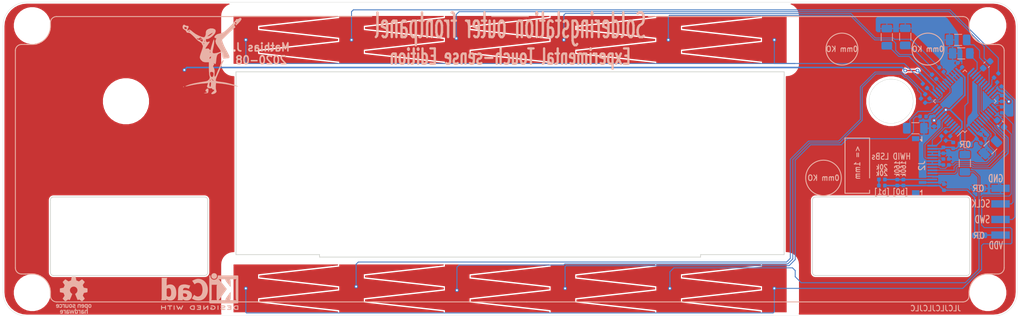
<source format=kicad_pcb>
(kicad_pcb (version 20171130) (host pcbnew 5.1.6-c6e7f7d~87~ubuntu18.04.1)
  (layers (0 F.Cu signal) (31 B.Cu power) (34 B.Paste user hide) (35 F.Paste user hide) (36 B.SilkS user) (37 F.SilkS user) (38 B.Mask user) (39 F.Mask user) (44 Edge.Cuts user))
  (net 0 "")
  (net 1 "Net-(U1-Pad46)")
  (net 2 "Net-(U1-Pad29)")
  (net 3 "Net-(U1-Pad6)")
  (net 4 "Net-(U1-Pad5)")
  (net 5 GND)
  (net 6 "/Touch-sense controller/NRST")
  (net 7 VDD_IO)
  (net 8 "/Touch-sense controller/SWCLK")
  (net 9 "/Touch-sense controller/SWDIO")
  (net 10 "/Touch-sense controller/BOOT0")
  (net 11 "Net-(R10-Pad2)")
  (net 12 "Net-(R13-Pad2)")
  (net 13 "/Touch-sense controller/USART1_RX")
  (net 14 "/Touch-sense controller/USART1_TX")
  (net 15 "/Touch-sense controller/~AUX_IRQn~")
  (net 16 "/Touch-sense controller/HWID")
  (net 17 "Net-(J2-Pad15)")
  (net 18 "Net-(J2-Pad16)")
  (net 19 "/Touch-sense controller/G3_4")
  (net 20 "/Touch-sense controller/G5_1")
  (net 21 "/Touch-sense controller/G4_4")
  (net 22 "/Touch-sense controller/LTS1_5")
  (net 23 "/Touch-sense controller/LTS1_1")
  (net 24 "/Touch-sense controller/LTS1_4")
  (net 25 "/Touch-sense controller/LTS1_3")
  (net 26 "/Touch-sense controller/LTS1_2")
  (net 27 "/Touch-sense controller/LTS2_5")
  (net 28 "/Touch-sense controller/LTS2_1")
  (net 29 "/Touch-sense controller/LTS2_4")
  (net 30 "/Touch-sense controller/LTS2_3")
  (net 31 "/Touch-sense controller/LTS2_2")
  (net 32 "/Touch-sense controller/G3_2")
  (net 33 "/Touch-sense controller/G3_3")
  (net 34 "/Touch-sense controller/G1_2")
  (net 35 "/Touch-sense controller/G1_3")
  (net 36 "/Touch-sense controller/G5_2")
  (net 37 "/Touch-sense controller/G2_2")
  (net 38 "/Touch-sense controller/G2_3")
  (net 39 "/Touch-sense controller/G4_3")
  (net 40 "/Touch-sense controller/G6_2")
  (net 41 "/Touch-sense controller/G6_3")
  (net 42 "/Touch-sense controller/G5_4")
  (net 43 "/Touch-sense controller/G6_4")
  (net 44 "/Touch-sense controller/G2_4")
  (net 45 "/Touch-sense controller/G1_4")
  (net 46 "Net-(D1-Pad1)")
  (net 47 "Net-(D1-Pad2)")
  (net 48 "Net-(D1-Pad3)")
  (net 49 "Net-(R15-Pad1)")
  (module customlib_mj_fp:Frontpanel_L_Hybrid_Rotary_Pushbtns_outer_cutouts (layer B.Cu) (at 88 65 180)
    (fp_text reference M101)
    (fp_text value Mech_cutout_SS_left_2nd_rotary_and_speedbtns)
    (fp_line (start 12.3 -28.4) (end -12.3 -28.4) (layer Edge.Cuts) (width 0.12))
    (fp_line (start 12.8 -16.1) (end 12.8 -27.9) (layer Edge.Cuts) (width 0.12))
    (fp_line (start -12.3 -15.6) (end 12.3 -15.6) (layer Edge.Cuts) (width 0.12))
    (fp_line (start -12.8 -27.9) (end -12.8 -16.1) (layer Edge.Cuts) (width 0.12))
    (fp_arc (start -12.3 -27.9) (end -12.8 -27.9) (angle 90) (layer Edge.Cuts) (width 0.12))
    (fp_arc (start 12.3 -27.9) (end 12.3 -28.4) (angle 90) (layer Edge.Cuts) (width 0.12))
    (fp_arc (start 12.3 -16.1) (end 12.8 -16.1) (angle 90) (layer Edge.Cuts) (width 0.12))
    (fp_arc (start -12.3 -16.1) (end -12.3 -15.6) (angle 90) (layer Edge.Cuts) (width 0.12))
    (pad "" np_thru_hole circle (at 0.5 0 180) (size 7.1 7.1) (drill 7.1) (layers *.Cu *.Mask))
  )
  (module Resistor_SMD:R_0402_1005Metric (layer B.Cu) (at 210.5 77.75)
    (fp_text reference R21 hide)
    (fp_text value 20k (at 0 -2) (layer B.SilkS) (effects (font (size 0.8 0.7)) (justify mirror)))
    (pad 2 smd roundrect (at 0.485 0) (size 0.59 0.64) (layers B.Cu B.Paste B.Mask) (net 16 "/Touch-sense controller/HWID"))
    (pad 1 smd roundrect (at -0.485 0) (size 0.59 0.64) (layers B.Cu B.Paste B.Mask) (net 49 "Net-(R15-Pad1)"))
  )
  (module Resistor_SMD:R_0402_1005Metric (layer B.Cu) (at 213 78.25 90)
    (fp_text reference R16 hide)
    (fp_text value 160k (at 2.25 0 90) (layer B.SilkS) (effects (font (size 0.8 0.7)) (justify mirror)))
    (pad 2 smd roundrect (at 0.485 0 90) (size 0.59 0.64) (layers B.Cu B.Paste B.Mask) (net 16 "/Touch-sense controller/HWID"))
    (pad 1 smd roundrect (at -0.485 0 90) (size 0.59 0.64) (layers B.Cu B.Paste B.Mask) (net 7 VDD_IO))
  )
  (module Resistor_SMD:R_0402_1005Metric (layer B.Cu) (at 210.5 78.75)
    (fp_text reference R15 hide)
    (fp_text value 20k (at 0 -2) (layer B.SilkS) (effects (font (size 0.8 0.7)) (justify mirror)))
    (pad 2 smd roundrect (at 0.485 0) (size 0.59 0.64) (layers B.Cu B.Paste B.Mask) (net 7 VDD_IO))
    (pad 1 smd roundrect (at -0.485 0) (size 0.59 0.64) (layers B.Cu B.Paste B.Mask) (net 49 "Net-(R15-Pad1)"))
  )
  (module customlib_mj_fp:MountingHole_3.5mm_Hammond_panel_screws (layer F.Cu) (at 227.75 96.2)
    (fp_text reference H4 hide)
    (fp_text value MountingHole)
    (pad "" np_thru_hole circle (at 0 0) (size 3.5 3.5) (drill 3.5) (layers *.Cu *.Mask) (clearance 1.25))
  )
  (module customlib_mj_fp:MountingHole_3.5mm_Hammond_panel_screws (layer F.Cu) (at 72.25 96.2)
    (fp_text reference H3 hide)
    (fp_text value MountingHole)
    (pad "" np_thru_hole circle (at 0 0) (size 3.5 3.5) (drill 3.5) (layers *.Cu *.Mask) (clearance 1.25))
  )
  (module customlib_mj_fp:MountingHole_3.5mm_Hammond_panel_screws (layer F.Cu) (at 227.75 52.67)
    (fp_text reference H2 hide)
    (fp_text value MountingHole)
    (pad "" np_thru_hole circle (at 0 0) (size 3.5 3.5) (drill 3.5) (layers *.Cu *.Mask) (clearance 1.25))
  )
  (module customlib_mj_fp:MountingHole_3.5mm_Hammond_panel_screws (layer F.Cu) (at 72.25 52.67)
    (fp_text reference H1 hide)
    (fp_text value MountingHole)
    (pad "" np_thru_hole circle (at 0 0) (size 3.5 3.5) (drill 3.5) (layers *.Cu *.Mask) (clearance 1.25))
  )
  (module customlib_mj_fp:NHD3_12-Reverse_Bezel (layer F.Cu) (at 150 74.5)
    (fp_text reference M1)
    (fp_text value NHD3.12-Mechanical_window)
    (fp_line (start -44.6 15.5) (end -31 15.5) (layer Edge.Cuts) (width 0.12))
    (fp_line (start -44.6 -14.3) (end -44.6 15.5) (layer Edge.Cuts) (width 0.12))
    (fp_line (start 44.6 -14.3) (end -44.6 -14.3) (layer Edge.Cuts) (width 0.12))
    (fp_line (start 44.6 15.5) (end 44.6 -14.3) (layer Edge.Cuts) (width 0.12))
    (fp_line (start 31 15.5) (end 44.6 15.5) (layer Edge.Cuts) (width 0.12))
    (fp_line (start -31 15.5) (end -31 15.9) (layer Edge.Cuts) (width 0.12))
    (fp_line (start 31 15.9) (end 31 15.5) (layer Edge.Cuts) (width 0.12))
    (fp_line (start -31 15.9) (end 31 15.9) (layer Edge.Cuts) (width 0.12))
  )
  (module customlib_mj_fp:SX_0402_RGB-CA-06 (layer B.Cu) (at 220.9 70.7 315)
    (fp_text reference D1 hide)
    (fp_text value SX_0402_RGB-LED_CA)
    (pad 1 smd rect (at 0.5 0.5 315) (size 0.6 0.6) (layers B.Cu B.Paste B.Mask) (net 46 "Net-(D1-Pad1)"))
    (pad 2 smd rect (at 0.5 -0.5 315) (size 0.6 0.6) (layers B.Cu B.Paste B.Mask) (net 47 "Net-(D1-Pad2)"))
    (pad 3 smd rect (at -0.5 -0.5 315) (size 0.6 0.6) (layers B.Cu B.Paste B.Mask) (net 48 "Net-(D1-Pad3)"))
    (pad 4 smd rect (at -0.5 0.5 315) (size 0.6 0.6) (layers B.Cu B.Paste B.Mask) (net 15 "/Touch-sense controller/~AUX_IRQn~"))
  )
  (module Resistor_SMD:R_0603_1608Metric (layer B.Cu) (at 224.05 72.05)
    (fp_text reference R14 hide)
    (fp_text value 0R (at 0 0) (layer B.SilkS) (effects (justify mirror)))
    (pad 2 smd roundrect (at 0.7875 0) (size 0.875 0.95) (layers B.Cu B.Paste B.Mask) (net 7 VDD_IO))
    (pad 1 smd roundrect (at -0.7875 0) (size 0.875 0.95) (layers B.Cu B.Paste B.Mask) (net 7 VDD_IO))
  )
  (module Resistor_SMD:R_0402_1005Metric (layer B.Cu) (at 222.1 72.2 270)
    (fp_text reference R20 hide)
    (fp_text value 1k)
    (pad 2 smd roundrect (at 0.485 0 270) (size 0.59 0.64) (layers B.Cu B.Paste B.Mask) (net 7 VDD_IO))
    (pad 1 smd roundrect (at -0.485 0 270) (size 0.59 0.64) (layers B.Cu B.Paste B.Mask) (net 46 "Net-(D1-Pad1)"))
  )
  (module Symbol:KiCad-Logo2_5mm_SilkScreen (layer B.Cu) (at 99.5 96 180)
    (fp_text reference Logo3 hide)
    (fp_text value Logo_Kicad hide)
  )
  (module Symbol:OSHW-Logo_5.7x6mm_SilkScreen (layer B.Cu) (at 79 96.6 180)
    (fp_text reference Logo2 hide)
    (fp_text value Logo_Open_Hardware_Small hide)
  )
  (module customlib_mj_fp:MJ_10.3x12.7 (layer B.Cu) (at 101.5 57.5 180)
    (fp_text reference Logo1 hide)
    (fp_text value Logo_MJ hide)
  )
  (module Resistor_SMD:R_0402_1005Metric (layer B.Cu) (at 229.6 62.25 135)
    (fp_text reference R10 hide)
    (fp_text value 1k)
    (pad 2 smd roundrect (at 0.485 0 135) (size 0.59 0.64) (layers B.Cu B.Paste B.Mask) (net 11 "Net-(R10-Pad2)"))
    (pad 1 smd roundrect (at -0.485 0 135) (size 0.59 0.64) (layers B.Cu B.Paste B.Mask) (net 9 "/Touch-sense controller/SWDIO"))
  )
  (module customlib_mj_fp:Frontpanel_R_RotaryEnc_Pushbtns_outer_cutouts (layer B.Cu) (at 212 65 180)
    (fp_text reference M3)
    (fp_text value Mech_cutout_SS_right_rotary_and_speedbtns)
    (fp_line (start -12.8 -27.9) (end -12.8 -16.1) (layer Edge.Cuts) (width 0.12))
    (fp_line (start -12.3 -15.6) (end 12.3 -15.6) (layer Edge.Cuts) (width 0.12))
    (fp_line (start 12.8 -16.1) (end 12.8 -27.9) (layer Edge.Cuts) (width 0.12))
    (fp_line (start 12.3 -28.4) (end -12.3 -28.4) (layer Edge.Cuts) (width 0.12))
    (fp_circle (center 0 0) (end 3.55 0) (layer Edge.Cuts) (width 0.12))
    (fp_arc (start -12.3 -27.9) (end -12.8 -27.9) (angle 90) (layer Edge.Cuts) (width 0.12))
    (fp_arc (start 12.3 -27.9) (end 12.3 -28.4) (angle 90) (layer Edge.Cuts) (width 0.12))
    (fp_arc (start 12.3 -16.1) (end 12.8 -16.1) (angle 90) (layer Edge.Cuts) (width 0.12))
    (fp_arc (start -12.3 -16.1) (end -12.3 -15.6) (angle 90) (layer Edge.Cuts) (width 0.12))
    (pad "" np_thru_hole circle (at 0 0 180) (size 7.1 7.1) (drill 7.1) (layers *.Cu *.Mask) (clearance 0.5))
  )
  (module customlib_mj_fp:Touchsensor_linear_slider-5ch_H_90x8mm (layer F.Cu) (at 150 95.5)
    (fp_text reference LTS2 hide)
    (fp_text value Touchsensor_linear_5ch_H)
    (pad 5 smd custom (at 25.8 0) (size 4 7.8) (layers F.Cu) (net 27 "/Touch-sense controller/LTS2_5") (clearance 1) (options (clearance outline) (anchor rect)) (primitives (gr_poly (pts (xy 2 -3.9) (xy 15 -3.9) (xy 15 -3.75) (xy 2 -2.3)) (width 0)) (gr_poly (pts (xy 2 -1.6) (xy 15 -0.15) (xy 15 0.15) (xy 2 1.6)) (width 0)) (gr_poly (pts (xy 2 2.3) (xy 15 3.75) (xy 15 3.9) (xy 2 3.9)) (width 0)) (gr_poly (pts (xy -2 -0.35) (xy -15 -1.8) (xy -15 -2.1) (xy -2 -3.55)) (width 0)) (gr_poly (pts (xy -2 3.55) (xy -15 2.1) (xy -15 1.8) (xy -2 0.35)) (width 0))))
    (pad 1 smd custom (at 43 0) (size 4 7.8) (layers F.Cu) (net 28 "/Touch-sense controller/LTS2_1") (clearance 2) (options (clearance outline) (anchor rect)) (primitives (gr_poly (pts (xy -2 -0.35) (xy -15 -1.8) (xy -15 -2.1) (xy -2 -3.55)) (width 0)) (gr_poly (pts (xy -2 3.55) (xy -15 2.1) (xy -15 1.8) (xy -2 0.35)) (width 0))))
    (pad 4 smd custom (at 8.6 0) (size 4 7.8) (layers F.Cu) (net 29 "/Touch-sense controller/LTS2_4") (clearance 1) (options (clearance outline) (anchor rect)) (primitives (gr_poly (pts (xy 2 -3.9) (xy 15 -3.9) (xy 15 -3.75) (xy 2 -2.3)) (width 0)) (gr_poly (pts (xy 2 -1.6) (xy 15 -0.15) (xy 15 0.15) (xy 2 1.6)) (width 0)) (gr_poly (pts (xy 2 2.3) (xy 15 3.75) (xy 15 3.9) (xy 2 3.9)) (width 0)) (gr_poly (pts (xy -2 -0.35) (xy -15 -1.8) (xy -15 -2.1) (xy -2 -3.55)) (width 0)) (gr_poly (pts (xy -2 3.55) (xy -15 2.1) (xy -15 1.8) (xy -2 0.35)) (width 0))))
    (pad 3 smd custom (at -8.6 0) (size 4 7.8) (layers F.Cu) (net 30 "/Touch-sense controller/LTS2_3") (clearance 1) (options (clearance outline) (anchor rect)) (primitives (gr_poly (pts (xy 2 -3.9) (xy 15 -3.9) (xy 15 -3.75) (xy 2 -2.3)) (width 0)) (gr_poly (pts (xy 2 -1.6) (xy 15 -0.15) (xy 15 0.15) (xy 2 1.6)) (width 0)) (gr_poly (pts (xy 2 2.3) (xy 15 3.75) (xy 15 3.9) (xy 2 3.9)) (width 0)) (gr_poly (pts (xy -2 -0.35) (xy -15 -1.8) (xy -15 -2.1) (xy -2 -3.55)) (width 0)) (gr_poly (pts (xy -2 3.55) (xy -15 2.1) (xy -15 1.8) (xy -2 0.35)) (width 0))))
    (pad 2 smd custom (at -25.8 0) (size 4 7.8) (layers F.Cu) (net 31 "/Touch-sense controller/LTS2_2") (clearance 1) (options (clearance outline) (anchor rect)) (primitives (gr_poly (pts (xy 2 -3.9) (xy 15 -3.9) (xy 15 -3.75) (xy 2 -2.3)) (width 0)) (gr_poly (pts (xy 2 -1.6) (xy 15 -0.15) (xy 15 0.15) (xy 2 1.6)) (width 0)) (gr_poly (pts (xy 2 2.3) (xy 15 3.75) (xy 15 3.9) (xy 2 3.9)) (width 0)) (gr_poly (pts (xy -2 -0.35) (xy -15 -1.8) (xy -15 -2.1) (xy -2 -3.55)) (width 0)) (gr_poly (pts (xy -2 3.55) (xy -15 2.1) (xy -15 1.8) (xy -2 0.35)) (width 0))))
    (pad 1 smd custom (at -43 0) (size 4 7.8) (layers F.Cu) (net 28 "/Touch-sense controller/LTS2_1") (clearance 2) (options (clearance outline) (anchor rect)) (primitives (gr_poly (pts (xy 2 -3.9) (xy 15 -3.9) (xy 15 -3.75) (xy 2 -2.3)) (width 0)) (gr_poly (pts (xy 2 -1.6) (xy 15 -0.15) (xy 15 0.15) (xy 2 1.6)) (width 0)) (gr_poly (pts (xy 2 2.3) (xy 15 3.75) (xy 15 3.9) (xy 2 3.9)) (width 0))))
  )
  (module customlib_mj_fp:Touchsensor_linear_slider-5ch_H_90x8mm (layer F.Cu) (at 150 55)
    (fp_text reference LTS1 hide)
    (fp_text value Touchsensor_linear_5ch_H)
    (pad 5 smd custom (at 25.8 0) (size 4 7.8) (layers F.Cu) (net 22 "/Touch-sense controller/LTS1_5") (clearance 1) (options (clearance outline) (anchor rect)) (primitives (gr_poly (pts (xy 2 -3.9) (xy 15 -3.9) (xy 15 -3.75) (xy 2 -2.3)) (width 0)) (gr_poly (pts (xy 2 -1.6) (xy 15 -0.15) (xy 15 0.15) (xy 2 1.6)) (width 0)) (gr_poly (pts (xy 2 2.3) (xy 15 3.75) (xy 15 3.9) (xy 2 3.9)) (width 0)) (gr_poly (pts (xy -2 -0.35) (xy -15 -1.8) (xy -15 -2.1) (xy -2 -3.55)) (width 0)) (gr_poly (pts (xy -2 3.55) (xy -15 2.1) (xy -15 1.8) (xy -2 0.35)) (width 0))))
    (pad 1 smd custom (at 43 0) (size 4 7.8) (layers F.Cu) (net 23 "/Touch-sense controller/LTS1_1") (clearance 2) (options (clearance outline) (anchor rect)) (primitives (gr_poly (pts (xy -2 -0.35) (xy -15 -1.8) (xy -15 -2.1) (xy -2 -3.55)) (width 0)) (gr_poly (pts (xy -2 3.55) (xy -15 2.1) (xy -15 1.8) (xy -2 0.35)) (width 0))))
    (pad 4 smd custom (at 8.6 0) (size 4 7.8) (layers F.Cu) (net 24 "/Touch-sense controller/LTS1_4") (clearance 1) (options (clearance outline) (anchor rect)) (primitives (gr_poly (pts (xy 2 -3.9) (xy 15 -3.9) (xy 15 -3.75) (xy 2 -2.3)) (width 0)) (gr_poly (pts (xy 2 -1.6) (xy 15 -0.15) (xy 15 0.15) (xy 2 1.6)) (width 0)) (gr_poly (pts (xy 2 2.3) (xy 15 3.75) (xy 15 3.9) (xy 2 3.9)) (width 0)) (gr_poly (pts (xy -2 -0.35) (xy -15 -1.8) (xy -15 -2.1) (xy -2 -3.55)) (width 0)) (gr_poly (pts (xy -2 3.55) (xy -15 2.1) (xy -15 1.8) (xy -2 0.35)) (width 0))))
    (pad 3 smd custom (at -8.6 0) (size 4 7.8) (layers F.Cu) (net 25 "/Touch-sense controller/LTS1_3") (clearance 1) (options (clearance outline) (anchor rect)) (primitives (gr_poly (pts (xy 2 -3.9) (xy 15 -3.9) (xy 15 -3.75) (xy 2 -2.3)) (width 0)) (gr_poly (pts (xy 2 -1.6) (xy 15 -0.15) (xy 15 0.15) (xy 2 1.6)) (width 0)) (gr_poly (pts (xy 2 2.3) (xy 15 3.75) (xy 15 3.9) (xy 2 3.9)) (width 0)) (gr_poly (pts (xy -2 -0.35) (xy -15 -1.8) (xy -15 -2.1) (xy -2 -3.55)) (width 0)) (gr_poly (pts (xy -2 3.55) (xy -15 2.1) (xy -15 1.8) (xy -2 0.35)) (width 0))))
    (pad 2 smd custom (at -25.8 0) (size 4 7.8) (layers F.Cu) (net 26 "/Touch-sense controller/LTS1_2") (clearance 1) (options (clearance outline) (anchor rect)) (primitives (gr_poly (pts (xy 2 -3.9) (xy 15 -3.9) (xy 15 -3.75) (xy 2 -2.3)) (width 0)) (gr_poly (pts (xy 2 -1.6) (xy 15 -0.15) (xy 15 0.15) (xy 2 1.6)) (width 0)) (gr_poly (pts (xy 2 2.3) (xy 15 3.75) (xy 15 3.9) (xy 2 3.9)) (width 0)) (gr_poly (pts (xy -2 -0.35) (xy -15 -1.8) (xy -15 -2.1) (xy -2 -3.55)) (width 0)) (gr_poly (pts (xy -2 3.55) (xy -15 2.1) (xy -15 1.8) (xy -2 0.35)) (width 0))))
    (pad 1 smd custom (at -43 0) (size 4 7.8) (layers F.Cu) (net 23 "/Touch-sense controller/LTS1_1") (clearance 2) (options (clearance outline) (anchor rect)) (primitives (gr_poly (pts (xy 2 -3.9) (xy 15 -3.9) (xy 15 -3.75) (xy 2 -2.3)) (width 0)) (gr_poly (pts (xy 2 -1.6) (xy 15 -0.15) (xy 15 0.15) (xy 2 1.6)) (width 0)) (gr_poly (pts (xy 2 2.3) (xy 15 3.75) (xy 15 3.9) (xy 2 3.9)) (width 0))))
  )
  (module Resistor_SMD:R_0603_1608Metric (layer B.Cu) (at 229.8 68.65 135)
    (fp_text reference R8 hide)
    (fp_text value 1k)
    (pad 2 smd roundrect (at 0.7875 0 135) (size 0.875 0.95) (layers B.Cu B.Paste B.Mask) (net 36 "/Touch-sense controller/G5_2"))
    (pad 1 smd roundrect (at -0.7875 0 135) (size 0.875 0.95) (layers B.Cu B.Paste B.Mask) (net 28 "/Touch-sense controller/LTS2_1"))
  )
  (module Resistor_SMD:R_0603_1608Metric (layer B.Cu) (at 226.3 79.2)
    (fp_text reference R19 hide)
    (fp_text value 0R (at -0.1 0) (layer B.SilkS) (effects (justify mirror)))
    (pad 2 smd roundrect (at 0.7875 0) (size 0.875 0.95) (layers B.Cu B.Paste B.Mask) (net 5 GND))
    (pad 1 smd roundrect (at -0.7875 0) (size 0.875 0.95) (layers B.Cu B.Paste B.Mask) (net 5 GND))
  )
  (module Resistor_SMD:R_0603_1608Metric (layer B.Cu) (at 226.4 86.85)
    (fp_text reference R18 hide)
    (fp_text value 0R (at -0.1 0.05) (layer B.SilkS) (effects (justify mirror)))
    (pad 2 smd roundrect (at 0.7875 0) (size 0.875 0.95) (layers B.Cu B.Paste B.Mask) (net 7 VDD_IO))
    (pad 1 smd roundrect (at -0.7875 0) (size 0.875 0.95) (layers B.Cu B.Paste B.Mask) (net 7 VDD_IO))
  )
  (module Resistor_SMD:R_1206_3216Metric (layer B.Cu) (at 224 75.1 90)
    (fp_text reference R12 hide)
    (fp_text value 1k)
    (pad 2 smd roundrect (at 1.4 0 90) (size 1.25 1.75) (layers B.Cu B.Paste B.Mask) (roundrect_rratio 0.2) (net 40 "/Touch-sense controller/G6_2"))
    (pad 1 smd roundrect (at -1.4 0 90) (size 1.25 1.75) (layers B.Cu B.Paste B.Mask) (roundrect_rratio 0.2) (net 27 "/Touch-sense controller/LTS2_5"))
  )
  (module Resistor_SMD:R_0603_1608Metric (layer B.Cu) (at 227.55 59.05 225)
    (fp_text reference R11 hide)
    (fp_text value 1k)
    (pad 2 smd roundrect (at 0.7875 0 225) (size 0.875 0.95) (layers B.Cu B.Paste B.Mask) (net 43 "/Touch-sense controller/G6_4"))
    (pad 1 smd roundrect (at -0.7875 0 225) (size 0.875 0.95) (layers B.Cu B.Paste B.Mask) (net 25 "/Touch-sense controller/LTS1_3"))
  )
  (module Resistor_SMD:R_0402_1005Metric (layer B.Cu) (at 230 66.4 90)
    (fp_text reference R13 hide)
    (fp_text value 1k)
    (pad 2 smd roundrect (at 0.485 0 90) (size 0.59 0.64) (layers B.Cu B.Paste B.Mask) (net 12 "Net-(R13-Pad2)"))
    (pad 1 smd roundrect (at -0.485 0 90) (size 0.59 0.64) (layers B.Cu B.Paste B.Mask) (net 8 "/Touch-sense controller/SWCLK"))
  )
  (module Capacitor_SMD:C_0402_1005Metric (layer B.Cu) (at 223.2 59.1 135)
    (fp_text reference C15 hide)
    (fp_text value 100n)
    (pad 2 smd roundrect (at 0.485 0 135) (size 0.59 0.64) (layers B.Cu B.Paste B.Mask) (net 5 GND))
    (pad 1 smd roundrect (at -0.485 0 135) (size 0.59 0.64) (layers B.Cu B.Paste B.Mask) (net 7 VDD_IO))
  )
  (module Capacitor_SMD:C_0402_1005Metric (layer B.Cu) (at 230 64.55 270)
    (fp_text reference C14 hide)
    (fp_text value 100n)
    (pad 2 smd roundrect (at 0.485 0 270) (size 0.59 0.64) (layers B.Cu B.Paste B.Mask) (net 5 GND))
    (pad 1 smd roundrect (at -0.485 0 270) (size 0.59 0.64) (layers B.Cu B.Paste B.Mask) (net 7 VDD_IO))
  )
  (module Capacitor_SMD:C_0402_1005Metric (layer B.Cu) (at 226.25 70.75 45)
    (fp_text reference C13 hide)
    (fp_text value 100n)
    (pad 2 smd roundrect (at 0.485 0 45) (size 0.59 0.64) (layers B.Cu B.Paste B.Mask) (net 5 GND))
    (pad 1 smd roundrect (at -0.485 0 45) (size 0.59 0.64) (layers B.Cu B.Paste B.Mask) (net 7 VDD_IO))
  )
  (module Capacitor_SMD:C_0402_1005Metric (layer B.Cu) (at 219 68.6 270)
    (fp_text reference C12 hide)
    (fp_text value 100n)
    (pad 2 smd roundrect (at 0.485 0 270) (size 0.59 0.64) (layers B.Cu B.Paste B.Mask) (net 5 GND))
    (pad 1 smd roundrect (at -0.485 0 270) (size 0.59 0.64) (layers B.Cu B.Paste B.Mask) (net 7 VDD_IO))
  )
  (module Capacitor_SMD:C_0402_1005Metric (layer B.Cu) (at 220.6 79 90)
    (fp_text reference C3 hide)
    (fp_text value 100n)
    (pad 2 smd roundrect (at 0.485 0 90) (size 0.59 0.64) (layers B.Cu B.Paste B.Mask) (net 5 GND))
    (pad 1 smd roundrect (at -0.485 0 90) (size 0.59 0.64) (layers B.Cu B.Paste B.Mask) (net 7 VDD_IO))
  )
  (module Capacitor_SMD:C_0402_1005Metric (layer B.Cu) (at 220.5 74.9 270)
    (fp_text reference C1 hide)
    (fp_text value 100n)
    (pad 2 smd roundrect (at 0.485 0 270) (size 0.59 0.64) (layers B.Cu B.Paste B.Mask) (net 5 GND))
    (pad 1 smd roundrect (at -0.485 0 270) (size 0.59 0.64) (layers B.Cu B.Paste B.Mask) (net 6 "/Touch-sense controller/NRST"))
  )
  (module Capacitor_SMD:C_0402_1005Metric (layer B.Cu) (at 220.5 73 270)
    (fp_text reference C2 hide)
    (fp_text value 10u)
    (pad 2 smd roundrect (at 0.485 0 270) (size 0.59 0.64) (layers B.Cu B.Paste B.Mask) (net 5 GND))
    (pad 1 smd roundrect (at -0.485 0 270) (size 0.59 0.64) (layers B.Cu B.Paste B.Mask) (net 7 VDD_IO))
  )
  (module Capacitor_SMD:C_0402_1005Metric (layer B.Cu) (at 227 71.5 45)
    (fp_text reference C17 hide)
    (fp_text value 10u)
    (pad 2 smd roundrect (at 0.485 0 45) (size 0.59 0.64) (layers B.Cu B.Paste B.Mask) (net 5 GND))
    (pad 1 smd roundrect (at -0.485 0 45) (size 0.59 0.64) (layers B.Cu B.Paste B.Mask) (net 7 VDD_IO))
  )
  (module Capacitor_SMD:C_1206_3216Metric (layer B.Cu) (at 223.4 57.2 180)
    (fp_text reference C4 hide)
    (fp_text value 47nF_COG)
    (pad 2 smd roundrect (at 1.4 0 180) (size 1.25 1.75) (layers B.Cu B.Paste B.Mask) (roundrect_rratio 0.2) (net 5 GND))
    (pad 1 smd roundrect (at -1.4 0 180) (size 1.25 1.75) (layers B.Cu B.Paste B.Mask) (roundrect_rratio 0.2) (net 41 "/Touch-sense controller/G6_3"))
  )
  (module Resistor_SMD:R_0402_1005Metric (layer B.Cu) (at 214 78.25 270)
    (fp_text reference R17 hide)
    (fp_text value 160k (at -2.25 0 90) (layer B.SilkS) (effects (font (size 0.8 0.7)) (justify mirror)))
    (pad 2 smd roundrect (at 0.485 0 270) (size 0.59 0.64) (layers B.Cu B.Paste B.Mask) (net 7 VDD_IO))
    (pad 1 smd roundrect (at -0.485 0 270) (size 0.59 0.64) (layers B.Cu B.Paste B.Mask) (net 16 "/Touch-sense controller/HWID"))
  )
  (module Resistor_SMD:R_0402_1005Metric (layer B.Cu) (at 219 61 315)
    (fp_text reference R9 hide)
    (fp_text value 1k)
    (pad 2 smd roundrect (at 0.485 0 315) (size 0.59 0.64) (layers B.Cu B.Paste B.Mask) (net 44 "/Touch-sense controller/G2_4"))
    (pad 1 smd roundrect (at -0.485 0 315) (size 0.59 0.64) (layers B.Cu B.Paste B.Mask) (net 22 "/Touch-sense controller/LTS1_5"))
  )
  (module Resistor_SMD:R_0402_1005Metric (layer B.Cu) (at 217.9 64.2 315)
    (fp_text reference R7 hide)
    (fp_text value 1k)
    (pad 2 smd roundrect (at 0.485 0 315) (size 0.59 0.64) (layers B.Cu B.Paste B.Mask) (net 37 "/Touch-sense controller/G2_2"))
    (pad 1 smd roundrect (at -0.485 0 315) (size 0.59 0.64) (layers B.Cu B.Paste B.Mask) (net 31 "/Touch-sense controller/LTS2_2"))
  )
  (module Resistor_SMD:R_0402_1005Metric (layer B.Cu) (at 229.1 60.8 225)
    (fp_text reference R6 hide)
    (fp_text value 1k)
    (pad 2 smd roundrect (at 0.485 0 225) (size 0.59 0.64) (layers B.Cu B.Paste B.Mask) (net 21 "/Touch-sense controller/G4_4"))
    (pad 1 smd roundrect (at -0.485 0 225) (size 0.59 0.64) (layers B.Cu B.Paste B.Mask) (net 26 "/Touch-sense controller/LTS1_2"))
  )
  (module Resistor_SMD:R_0402_1005Metric (layer B.Cu) (at 217.5 62.5 315)
    (fp_text reference R5 hide)
    (fp_text value 1k)
    (pad 2 smd roundrect (at 0.485 0 315) (size 0.59 0.64) (layers B.Cu B.Paste B.Mask) (net 45 "/Touch-sense controller/G1_4"))
    (pad 1 smd roundrect (at -0.485 0 315) (size 0.59 0.64) (layers B.Cu B.Paste B.Mask) (net 23 "/Touch-sense controller/LTS1_1"))
  )
  (module Resistor_SMD:R_0402_1005Metric (layer B.Cu) (at 217.2 67.5)
    (fp_text reference R4 hide)
    (fp_text value 1k)
    (pad 2 smd roundrect (at 0.485 0) (size 0.59 0.64) (layers B.Cu B.Paste B.Mask) (net 34 "/Touch-sense controller/G1_2"))
    (pad 1 smd roundrect (at -0.485 0) (size 0.59 0.64) (layers B.Cu B.Paste B.Mask) (net 29 "/Touch-sense controller/LTS2_4"))
  )
  (module Resistor_SMD:R_0402_1005Metric (layer B.Cu) (at 217.2 64.9 315)
    (fp_text reference R3 hide)
    (fp_text value 1k)
    (pad 2 smd roundrect (at 0.485 0 315) (size 0.59 0.64) (layers B.Cu B.Paste B.Mask) (net 32 "/Touch-sense controller/G3_2"))
    (pad 1 smd roundrect (at -0.485 0 315) (size 0.59 0.64) (layers B.Cu B.Paste B.Mask) (net 30 "/Touch-sense controller/LTS2_3"))
  )
  (module Resistor_SMD:R_0402_1005Metric (layer B.Cu) (at 220.2 59.85 315)
    (fp_text reference R2 hide)
    (fp_text value 1k)
    (pad 2 smd roundrect (at 0.485 0 315) (size 0.59 0.64) (layers B.Cu B.Paste B.Mask) (net 19 "/Touch-sense controller/G3_4"))
    (pad 1 smd roundrect (at -0.485 0 315) (size 0.59 0.64) (layers B.Cu B.Paste B.Mask) (net 24 "/Touch-sense controller/LTS1_4"))
  )
  (module Resistor_SMD:R_0402_1005Metric (layer B.Cu) (at 221.4 74.9 90)
    (fp_text reference R1 hide)
    (fp_text value 10k)
    (pad 2 smd roundrect (at 0.485 0 90) (size 0.59 0.64) (layers B.Cu B.Paste B.Mask) (net 5 GND))
    (pad 1 smd roundrect (at -0.485 0 90) (size 0.59 0.64) (layers B.Cu B.Paste B.Mask) (net 10 "/Touch-sense controller/BOOT0"))
  )
  (module customlib_mj_fp:4pin_SWD_SMT_100mil (layer B.Cu) (at 229.8 83 90)
    (fp_text reference J1 hide)
    (fp_text value Conn_01x04)
    (fp_text user GND (at 5.4 -2.1 180) (layer B.SilkS) (effects (font (size 1.2 0.8) (thickness 0.16)) (justify right mirror)))
    (fp_text user SCLK (at 1.3 -4.8 180) (layer B.SilkS) (effects (font (size 1.2 0.8) (thickness 0.16)) (justify right mirror)))
    (fp_text user SWD (at -1.27 -4.3 180) (layer B.SilkS) (effects (font (size 1.2 0.8) (thickness 0.16)) (justify right mirror)))
    (fp_text user VDD (at -5.5 -2 180) (layer B.SilkS) (effects (font (size 1.2 0.8) (thickness 0.16)) (justify right mirror)))
    (pad 4 smd rect (at 3.81 0 90) (size 1.2 3) (layers B.Cu B.Mask) (net 5 GND))
    (pad 3 smd rect (at 1.27 0 90) (size 1.2 3) (layers B.Cu B.Mask) (net 8 "/Touch-sense controller/SWCLK"))
    (pad 2 smd rect (at -1.27 0 90) (size 1.2 3) (layers B.Cu B.Mask) (net 9 "/Touch-sense controller/SWDIO"))
    (pad 1 smd rect (at -3.81 0 90) (size 1.2 3) (layers B.Cu B.Mask) (net 7 VDD_IO))
  )
  (module Capacitor_SMD:C_1206_3216Metric (layer B.Cu) (at 228.15 72.55 225)
    (fp_text reference C10 hide)
    (fp_text value 47nF_COG)
    (pad 2 smd roundrect (at 1.4 0 225) (size 1.25 1.75) (layers B.Cu B.Paste B.Mask) (roundrect_rratio 0.2) (net 5 GND))
    (pad 1 smd roundrect (at -1.4 0 225) (size 1.25 1.75) (layers B.Cu B.Paste B.Mask) (roundrect_rratio 0.2) (net 42 "/Touch-sense controller/G5_4"))
  )
  (module Capacitor_SMD:C_1206_3216Metric (layer B.Cu) (at 222.9 55 180)
    (fp_text reference C9 hide)
    (fp_text value 47nF_COG)
    (pad 2 smd roundrect (at 1.4 0 180) (size 1.25 1.75) (layers B.Cu B.Paste B.Mask) (roundrect_rratio 0.2) (net 5 GND))
    (pad 1 smd roundrect (at -1.4 0 180) (size 1.25 1.75) (layers B.Cu B.Paste B.Mask) (roundrect_rratio 0.2) (net 39 "/Touch-sense controller/G4_3"))
  )
  (module Capacitor_SMD:C_1206_3216Metric (layer B.Cu) (at 214.3 54.5 90)
    (fp_text reference C8 hide)
    (fp_text value 47nF_COG)
    (pad 2 smd roundrect (at 1.4 0 90) (size 1.25 1.75) (layers B.Cu B.Paste B.Mask) (roundrect_rratio 0.2) (net 5 GND))
    (pad 1 smd roundrect (at -1.4 0 90) (size 1.25 1.75) (layers B.Cu B.Paste B.Mask) (roundrect_rratio 0.2) (net 33 "/Touch-sense controller/G3_3"))
  )
  (module Capacitor_SMD:C_1206_3216Metric (layer B.Cu) (at 211.3 54.55 90)
    (fp_text reference C7 hide)
    (fp_text value 47nF_COG)
    (pad 2 smd roundrect (at 1.4 0 90) (size 1.25 1.75) (layers B.Cu B.Paste B.Mask) (roundrect_rratio 0.2) (net 5 GND))
    (pad 1 smd roundrect (at -1.4 0 90) (size 1.25 1.75) (layers B.Cu B.Paste B.Mask) (roundrect_rratio 0.2) (net 38 "/Touch-sense controller/G2_3"))
  )
  (module Capacitor_SMD:C_1206_3216Metric (layer B.Cu) (at 215.95 69.4)
    (fp_text reference C6 hide)
    (fp_text value 47nF_COG)
    (pad 2 smd roundrect (at 1.4 0) (size 1.25 1.75) (layers B.Cu B.Paste B.Mask) (roundrect_rratio 0.2) (net 5 GND))
    (pad 1 smd roundrect (at -1.4 0) (size 1.25 1.75) (layers B.Cu B.Paste B.Mask) (roundrect_rratio 0.2) (net 35 "/Touch-sense controller/G1_3"))
  )
  (module customlib_mj_fp:FPC_14p_05mm-WE_687114182122 (layer B.Cu) (at 218.5 75.5 90)
    (fp_text reference J2 (at 0 -1.5 90) (layer B.SilkS) (effects (justify mirror)))
    (fp_text value FFC_conn_14p)
    (pad 1 smd rect (at -3.25 0.2 90) (size 0.3 1.6) (layers B.Cu B.Paste B.Mask) (net 7 VDD_IO))
    (pad 2 smd rect (at -2.75 0.2 90) (size 0.3 1.6) (layers B.Cu B.Paste B.Mask) (net 5 GND))
    (pad 3 smd rect (at -2.25 0.2 90) (size 0.3 1.6) (layers B.Cu B.Paste B.Mask) (net 16 "/Touch-sense controller/HWID"))
    (pad 4 smd rect (at -1.75 0.2 90) (size 0.3 1.6) (layers B.Cu B.Paste B.Mask) (net 5 GND))
    (pad 5 smd rect (at -1.25 0.2 90) (size 0.3 1.6) (layers B.Cu B.Paste B.Mask) (net 13 "/Touch-sense controller/USART1_RX"))
    (pad 6 smd rect (at -0.75 0.2 90) (size 0.3 1.6) (layers B.Cu B.Paste B.Mask) (net 14 "/Touch-sense controller/USART1_TX"))
    (pad 7 smd rect (at -0.25 0.2 90) (size 0.3 1.6) (layers B.Cu B.Paste B.Mask) (net 10 "/Touch-sense controller/BOOT0"))
    (pad 8 smd rect (at 0.25 0.2 90) (size 0.3 1.6) (layers B.Cu B.Paste B.Mask) (net 5 GND))
    (pad 9 smd rect (at 0.75 0.2 90) (size 0.3 1.6) (layers B.Cu B.Paste B.Mask) (net 5 GND))
    (pad 10 smd rect (at 1.25 0.2 90) (size 0.3 1.6) (layers B.Cu B.Paste B.Mask) (net 6 "/Touch-sense controller/NRST"))
    (pad 11 smd rect (at 1.75 0.2 90) (size 0.3 1.6) (layers B.Cu B.Paste B.Mask) (net 5 GND))
    (pad 12 smd rect (at 2.25 0.2 90) (size 0.3 1.6) (layers B.Cu B.Paste B.Mask) (net 5 GND))
    (pad 13 smd rect (at 2.75 0.2 90) (size 0.3 1.6) (layers B.Cu B.Paste B.Mask) (net 7 VDD_IO))
    (pad 14 smd rect (at 3.25 0.2 90) (size 0.3 1.6) (layers B.Cu B.Paste B.Mask) (net 15 "/Touch-sense controller/~AUX_IRQn~"))
    (pad 15 smd rect (at -4.4 -2.5 90) (size 0.8 1.2) (layers B.Cu B.Paste B.Mask) (net 17 "Net-(J2-Pad15)"))
    (pad 16 smd rect (at 4.4 -2.5 90) (size 0.8 1.2) (layers B.Cu B.Paste B.Mask) (net 18 "Net-(J2-Pad16)"))
  )
  (module Package_QFP:LQFP-48_7x7mm_P0.5mm (layer B.Cu) (at 224 65 45)
    (fp_text reference U1 hide)
    (fp_text value STM32L052C8Tx)
    (pad 48 smd roundrect (at -2.75 4.1625 45) (size 0.3 1.475) (layers B.Cu B.Paste B.Mask) (net 7 VDD_IO))
    (pad 47 smd roundrect (at -2.25 4.1625 45) (size 0.3 1.475) (layers B.Cu B.Paste B.Mask) (net 5 GND))
    (pad 46 smd roundrect (at -1.75 4.1625 45) (size 0.3 1.475) (layers B.Cu B.Paste B.Mask) (net 1 "Net-(U1-Pad46)"))
    (pad 45 smd roundrect (at -1.25 4.1625 45) (size 0.3 1.475) (layers B.Cu B.Paste B.Mask) (net 5 GND))
    (pad 44 smd roundrect (at -0.75 4.1625 45) (size 0.3 1.475) (layers B.Cu B.Paste B.Mask) (net 10 "/Touch-sense controller/BOOT0"))
    (pad 43 smd roundrect (at -0.25 4.1625 45) (size 0.3 1.475) (layers B.Cu B.Paste B.Mask) (net 42 "/Touch-sense controller/G5_4"))
    (pad 42 smd roundrect (at 0.25 4.1625 45) (size 0.3 1.475) (layers B.Cu B.Paste B.Mask) (net 14 "/Touch-sense controller/USART1_TX"))
    (pad 41 smd roundrect (at 0.75 4.1625 45) (size 0.3 1.475) (layers B.Cu B.Paste B.Mask) (net 13 "/Touch-sense controller/USART1_RX"))
    (pad 40 smd roundrect (at 1.25 4.1625 45) (size 0.3 1.475) (layers B.Cu B.Paste B.Mask) (net 36 "/Touch-sense controller/G5_2"))
    (pad 39 smd roundrect (at 1.75 4.1625 45) (size 0.3 1.475) (layers B.Cu B.Paste B.Mask) (net 20 "/Touch-sense controller/G5_1"))
    (pad 38 smd roundrect (at 2.25 4.1625 45) (size 0.3 1.475) (layers B.Cu B.Paste B.Mask) (net 5 GND))
    (pad 37 smd roundrect (at 2.75 4.1625 45) (size 0.3 1.475) (layers B.Cu B.Paste B.Mask) (net 12 "Net-(R13-Pad2)"))
    (pad 36 smd roundrect (at 4.1625 2.75 45) (size 1.475 0.3) (layers B.Cu B.Paste B.Mask) (net 7 VDD_IO))
    (pad 35 smd roundrect (at 4.1625 2.25 45) (size 1.475 0.3) (layers B.Cu B.Paste B.Mask) (net 5 GND))
    (pad 34 smd roundrect (at 4.1625 1.75 45) (size 1.475 0.3) (layers B.Cu B.Paste B.Mask) (net 11 "Net-(R10-Pad2)"))
    (pad 33 smd roundrect (at 4.1625 1.25 45) (size 1.475 0.3) (layers B.Cu B.Paste B.Mask) (net 21 "/Touch-sense controller/G4_4"))
    (pad 32 smd roundrect (at 4.1625 0.75 45) (size 1.475 0.3) (layers B.Cu B.Paste B.Mask) (net 39 "/Touch-sense controller/G4_3"))
    (pad 31 smd roundrect (at 4.1625 0.25 45) (size 1.475 0.3) (layers B.Cu B.Paste B.Mask) (net 13 "/Touch-sense controller/USART1_RX"))
    (pad 30 smd roundrect (at 4.1625 -0.25 45) (size 1.475 0.3) (layers B.Cu B.Paste B.Mask) (net 14 "/Touch-sense controller/USART1_TX"))
    (pad 29 smd roundrect (at 4.1625 -0.75 45) (size 1.475 0.3) (layers B.Cu B.Paste B.Mask) (net 2 "Net-(U1-Pad29)"))
    (pad 28 smd roundrect (at 4.1625 -1.25 45) (size 1.475 0.3) (layers B.Cu B.Paste B.Mask) (net 5 GND))
    (pad 27 smd roundrect (at 4.1625 -1.75 45) (size 1.475 0.3) (layers B.Cu B.Paste B.Mask) (net 43 "/Touch-sense controller/G6_4"))
    (pad 26 smd roundrect (at 4.1625 -2.25 45) (size 1.475 0.3) (layers B.Cu B.Paste B.Mask) (net 41 "/Touch-sense controller/G6_3"))
    (pad 25 smd roundrect (at 4.1625 -2.75 45) (size 1.475 0.3) (layers B.Cu B.Paste B.Mask) (net 40 "/Touch-sense controller/G6_2"))
    (pad 24 smd roundrect (at 2.75 -4.1625 45) (size 0.3 1.475) (layers B.Cu B.Paste B.Mask) (net 7 VDD_IO))
    (pad 23 smd roundrect (at 2.25 -4.1625 45) (size 0.3 1.475) (layers B.Cu B.Paste B.Mask) (net 5 GND))
    (pad 22 smd roundrect (at 1.75 -4.1625 45) (size 0.3 1.475) (layers B.Cu B.Paste B.Mask) (net 5 GND))
    (pad 21 smd roundrect (at 1.25 -4.1625 45) (size 0.3 1.475) (layers B.Cu B.Paste B.Mask) (net 5 GND))
    (pad 20 smd roundrect (at 0.75 -4.1625 45) (size 0.3 1.475) (layers B.Cu B.Paste B.Mask) (net 19 "/Touch-sense controller/G3_4"))
    (pad 19 smd roundrect (at 0.25 -4.1625 45) (size 0.3 1.475) (layers B.Cu B.Paste B.Mask) (net 33 "/Touch-sense controller/G3_3"))
    (pad 18 smd roundrect (at -0.25 -4.1625 45) (size 0.3 1.475) (layers B.Cu B.Paste B.Mask) (net 32 "/Touch-sense controller/G3_2"))
    (pad 17 smd roundrect (at -0.75 -4.1625 45) (size 0.3 1.475) (layers B.Cu B.Paste B.Mask) (net 44 "/Touch-sense controller/G2_4"))
    (pad 16 smd roundrect (at -1.25 -4.1625 45) (size 0.3 1.475) (layers B.Cu B.Paste B.Mask) (net 38 "/Touch-sense controller/G2_3"))
    (pad 15 smd roundrect (at -1.75 -4.1625 45) (size 0.3 1.475) (layers B.Cu B.Paste B.Mask) (net 37 "/Touch-sense controller/G2_2"))
    (pad 14 smd roundrect (at -2.25 -4.1625 45) (size 0.3 1.475) (layers B.Cu B.Paste B.Mask) (net 5 GND))
    (pad 13 smd roundrect (at -2.75 -4.1625 45) (size 0.3 1.475) (layers B.Cu B.Paste B.Mask) (net 45 "/Touch-sense controller/G1_4"))
    (pad 12 smd roundrect (at -4.1625 -2.75 45) (size 1.475 0.3) (layers B.Cu B.Paste B.Mask) (net 35 "/Touch-sense controller/G1_3"))
    (pad 11 smd roundrect (at -4.1625 -2.25 45) (size 1.475 0.3) (layers B.Cu B.Paste B.Mask) (net 34 "/Touch-sense controller/G1_2"))
    (pad 10 smd roundrect (at -4.1625 -1.75 45) (size 1.475 0.3) (layers B.Cu B.Paste B.Mask) (net 5 GND))
    (pad 9 smd roundrect (at -4.1625 -1.25 45) (size 1.475 0.3) (layers B.Cu B.Paste B.Mask) (net 7 VDD_IO))
    (pad 8 smd roundrect (at -4.1625 -0.75 45) (size 1.475 0.3) (layers B.Cu B.Paste B.Mask) (net 5 GND))
    (pad 7 smd roundrect (at -4.1625 -0.25 45) (size 1.475 0.3) (layers B.Cu B.Paste B.Mask) (net 6 "/Touch-sense controller/NRST"))
    (pad 6 smd roundrect (at -4.1625 0.25 45) (size 1.475 0.3) (layers B.Cu B.Paste B.Mask) (net 3 "Net-(U1-Pad6)"))
    (pad 5 smd roundrect (at -4.1625 0.75 45) (size 1.475 0.3) (layers B.Cu B.Paste B.Mask) (net 4 "Net-(U1-Pad5)"))
    (pad 4 smd roundrect (at -4.1625 1.25 45) (size 1.475 0.3) (layers B.Cu B.Paste B.Mask) (net 15 "/Touch-sense controller/~AUX_IRQn~"))
    (pad 3 smd roundrect (at -4.1625 1.75 45) (size 1.475 0.3) (layers B.Cu B.Paste B.Mask) (net 48 "Net-(D1-Pad3)"))
    (pad 2 smd roundrect (at -4.1625 2.25 45) (size 1.475 0.3) (layers B.Cu B.Paste B.Mask) (net 47 "Net-(D1-Pad2)"))
    (pad 1 smd roundrect (at -4.1625 2.75 45) (size 1.475 0.3) (layers B.Cu B.Paste B.Mask) (net 7 VDD_IO))
  )
  (gr_line (start 208.5 80) (end 208.5 79.5) (layer B.SilkS) (width 0.153))
  (gr_text [b1] (at 210.5 79.75) (layer B.SilkS) (effects (font (size 0.9 0.8)) (justify mirror)))
  (gr_text [b0] (at 213.5 79.75) (layer B.SilkS) (effects (font (size 0.9 0.8)) (justify mirror)))
  (gr_text "HWID LSBs" (at 212 74) (layer B.SilkS) (effects (font (size 1 0.8)) (justify mirror)))
  (gr_text JLCJLCJLCJLC (at 219.25 98.75) (layer B.SilkS) (effects (font (size 0.9 0.8)) (justify mirror)))
  (gr_text "Mathias J.\n2020-08" (at 109.5 57.25) (layer B.SilkS) (effects (font (size 1.3 1.2) (thickness 0.25)) (justify mirror)))
  (gr_text "Experimental Touch-sense Edition" (at 150 57.75) (layer B.SilkS) (effects (font (size 2.5 1.5) (thickness 0.375)) (justify mirror)))
  (gr_text "Solderingstation outer frontpanel" (at 150 52.7) (layer B.SilkS) (effects (font (size 4 1.75) (thickness 0.4)) (justify mirror)))
  (gr_line (start 229.4 55.75) (end 227.7 55.75) (layer B.SilkS) (width 0.15))
  (gr_line (start 72.2 55.75) (end 70.5 55.75) (layer B.SilkS) (width 0.15))
  (gr_line (start 223.7 51.2) (end 172.5 51.2) (layer B.SilkS) (width 0.15))
  (gr_line (start 230.4 92.15) (end 230.4 56.75) (layer B.SilkS) (width 0.15))
  (gr_arc (start 227.7 96.15) (end 227.7 93.15) (angle -90) (layer B.SilkS) (width 0.15))
  (gr_arc (start 229.4 56.75) (end 230.4 56.75) (angle -90) (layer B.SilkS) (width 0.15))
  (gr_line (start 224.7 52.75) (end 224.7 52.2) (layer B.SilkS) (width 0.15))
  (gr_arc (start 227.7 52.75) (end 224.7 52.75) (angle -90) (layer B.SilkS) (width 0.15))
  (gr_arc (start 72.2 96.150001) (end 75.2 96.150001) (angle -90) (layer B.SilkS) (width 0.15))
  (gr_line (start 70.5 93.15) (end 72.2 93.15) (layer B.SilkS) (width 0.15))
  (gr_arc (start 76.2 96.700001) (end 75.2 96.700001) (angle -90) (layer B.SilkS) (width 0.15))
  (gr_line (start 75.2 96.150001) (end 75.2 96.700001) (layer B.SilkS) (width 0.15))
  (gr_line (start 75.2 52.2) (end 75.2 52.75) (layer B.SilkS) (width 0.15))
  (gr_line (start 224.7 96.7) (end 224.7 96.150001) (layer B.SilkS) (width 0.15))
  (gr_line (start 152.7 97.7) (end 223.7 97.7) (layer B.SilkS) (width 0.15))
  (gr_line (start 147.2 97.7) (end 152.7 97.7) (layer B.SilkS) (width 0.15))
  (gr_line (start 76.2 97.700001) (end 147.2 97.7) (layer B.SilkS) (width 0.15))
  (gr_arc (start 70.5 56.75) (end 70.5 55.75) (angle -90) (layer B.SilkS) (width 0.15))
  (gr_arc (start 76.2 52.2) (end 76.2 51.2) (angle -90) (layer B.SilkS) (width 0.15))
  (gr_line (start 227.7 93.15) (end 229.4 93.15) (layer B.SilkS) (width 0.15))
  (gr_arc (start 223.7 96.7) (end 223.7 97.7) (angle -90) (layer B.SilkS) (width 0.15))
  (gr_line (start 127.5 51.2) (end 76.2 51.2) (layer B.SilkS) (width 0.15))
  (gr_arc (start 72.2 52.75) (end 72.2 55.75) (angle -90) (layer B.SilkS) (width 0.15))
  (gr_line (start 152.999999 51.200001) (end 147 51.200001) (layer B.SilkS) (width 0.15))
  (gr_arc (start 70.5 92.15) (end 69.5 92.15) (angle -90) (layer B.SilkS) (width 0.15))
  (gr_arc (start 229.4 92.15) (end 229.4 93.15) (angle -90) (layer B.SilkS) (width 0.15))
  (gr_arc (start 223.7 52.2) (end 224.7 52.2) (angle -90) (layer B.SilkS) (width 0.15))
  (gr_line (start 69.5 56.75) (end 69.5 92.15) (layer B.SilkS) (width 0.15))
  (gr_text "0mm KO" (at 218 56.5) (layer B.SilkS) (effects (font (size 0.9 0.8)) (justify mirror)))
  (gr_text "0mm KO" (at 204 56.5) (layer B.SilkS) (effects (font (size 0.9 0.8)) (justify mirror)))
  (gr_text "0mm KO" (at 201 77.5) (layer B.SilkS) (effects (font (size 0.9 0.8)) (justify mirror)))
  (gr_text "<= 1mm" (at 206.5 75 90) (layer B.SilkS) (effects (font (size 0.9 0.8)) (justify mirror)))
  (gr_line (start 204.5 80) (end 204.5 71) (layer B.SilkS) (width 0.153))
  (gr_line (start 208.5 80) (end 204.5 80) (layer B.SilkS) (width 0.153))
  (gr_line (start 208.5 71) (end 208.5 77.5) (layer B.SilkS) (width 0.153))
  (gr_line (start 204.5 71) (end 208.5 71) (layer B.SilkS) (width 0.153))
  (gr_circle (center 218 56.5) (end 220.6 56.5) (layer B.SilkS) (width 0.153))
  (gr_circle (center 204 56.5) (end 206.6 56.5) (layer B.SilkS) (width 0.153))
  (gr_circle (center 201 77.5) (end 203.9 77.5) (layer B.SilkS) (width 0.153))
  (gr_line (start 71.39 48.87) (end 228.61 48.87) (angle 90) (layer Edge.Cuts) (width 0.05))
  (gr_arc (start 228.61 52.76) (end 232.5 52.76) (angle -90) (layer Edge.Cuts) (width 0.05))
  (gr_line (start 232.5 52.76) (end 232.5 96.11) (angle 90) (layer Edge.Cuts) (width 0.05))
  (gr_arc (start 228.61 96.11) (end 228.61 100) (angle -90) (layer Edge.Cuts) (width 0.05))
  (gr_line (start 228.61 100) (end 71.39 100) (angle 90) (layer Edge.Cuts) (width 0.05))
  (gr_arc (start 71.39 96.11) (end 67.5 96.11) (angle -90) (layer Edge.Cuts) (width 0.05))
  (gr_line (start 67.5 96.11) (end 67.5 52.76) (angle 90) (layer Edge.Cuts) (width 0.05))
  (gr_arc (start 71.39 52.76) (end 71.39 48.87) (angle -90) (layer Edge.Cuts) (width 0.05))
  (segment (start 227.342947 73.357053) (end 227.160051 73.539949) (width 0.25) (layer B.Cu) (net 5))
  (segment (start 227.342947 71.157053) (end 227.342947 73.357053) (width 0.25) (layer B.Cu) (net 5))
  (segment (start 227.342947 71.157053) (end 226.592947 70.407053) (width 0.25) (layer B.Cu) (net 5))
  (segment (start 226.225073 70.407053) (end 226.592947 70.407053) (width 0.25) (layer B.Cu) (net 5))
  (segment (start 225.352342 69.534322) (end 226.225073 70.407053) (width 0.25) (layer B.Cu) (net 5))
  (segment (start 229.49 79.2) (end 229.5 79.19) (width 0.25) (layer B.Cu) (net 5))
  (segment (start 227.0875 79.2) (end 229.49 79.2) (width 0.25) (layer B.Cu) (net 5))
  (segment (start 219.465678 63.647658) (end 218.9 63.08198) (width 0.25) (layer B.Cu) (net 5))
  (segment (start 218.9 63.08198) (end 218.9 62.6) (width 0.25) (layer B.Cu) (net 5))
  (via (at 216.3 60) (size 0.6) (drill 0.3) (layers F.Cu B.Cu) (net 5))
  (segment (start 218.9 62.6) (end 216.3 60) (width 0.25) (layer B.Cu) (net 5))
  (segment (start 216.3 60) (end 215.2 60) (width 0.25) (layer F.Cu) (net 5))
  (via (at 214.3 60) (size 0.6) (drill 0.3) (layers F.Cu B.Cu) (net 5))
  (segment (start 215.2 60) (end 214.3 60) (width 0.25) (layer F.Cu) (net 5))
  (via (at 97 59.9) (size 0.6) (drill 0.3) (layers F.Cu B.Cu) (net 5))
  (segment (start 97.4 59.5) (end 96.9 60) (width 0.25) (layer B.Cu) (net 5))
  (segment (start 214.3 60) (end 213.8 59.5) (width 0.25) (layer B.Cu) (net 5))
  (segment (start 213.8 59.5) (end 97.4 59.5) (width 0.25) (layer B.Cu) (net 5))
  (segment (start 231.02501 73.47499) (end 229.5 75) (width 0.2) (layer B.Cu) (net 5))
  (segment (start 229.352211 69.292579) (end 231.025018 70.965386) (width 0.2) (layer B.Cu) (net 5))
  (segment (start 231.025018 70.965386) (end 231.025018 73.158892) (width 0.2) (layer B.Cu) (net 5))
  (segment (start 229.847789 67.665809) (end 229.847789 67.672467) (width 0.2) (layer B.Cu) (net 5))
  (segment (start 228.534322 66.352342) (end 229.847789 67.665809) (width 0.2) (layer B.Cu) (net 5))
  (segment (start 231.02501 73.1589) (end 231.02501 73.47499) (width 0.2) (layer B.Cu) (net 5))
  (segment (start 231.025018 73.158892) (end 231.02501 73.1589) (width 0.2) (layer B.Cu) (net 5))
  (segment (start 230.15 67.974678) (end 230.15 68.325) (width 0.2) (layer B.Cu) (net 5))
  (segment (start 229.5 75) (end 229.5 79.19) (width 0.2) (layer B.Cu) (net 5))
  (segment (start 230.15 68.325) (end 229.352211 69.122789) (width 0.2) (layer B.Cu) (net 5))
  (segment (start 229.847789 67.672467) (end 230.15 67.974678) (width 0.2) (layer B.Cu) (net 5))
  (segment (start 229.352211 69.122789) (end 229.352211 69.292579) (width 0.2) (layer B.Cu) (net 5))
  (segment (start 218.774999 77.324999) (end 218.7 77.25) (width 0.25) (layer B.Cu) (net 5))
  (segment (start 224.0125 77.7) (end 222.4 77.7) (width 0.25) (layer B.Cu) (net 5))
  (segment (start 222.4 77.7) (end 222.024999 77.324999) (width 0.25) (layer B.Cu) (net 5))
  (segment (start 225.5125 79.2) (end 224.0125 77.7) (width 0.25) (layer B.Cu) (net 5))
  (segment (start 222.024999 77.324999) (end 218.774999 77.324999) (width 0.25) (layer B.Cu) (net 5))
  (segment (start 220.365 75.25) (end 220.5 75.385) (width 0.25) (layer B.Cu) (net 5))
  (segment (start 218.7 75.25) (end 220.365 75.25) (width 0.25) (layer B.Cu) (net 5))
  (segment (start 221.135 73.485) (end 220.5 73.485) (width 0.25) (layer B.Cu) (net 5))
  (segment (start 221.4 74.415) (end 221.4 73.75) (width 0.25) (layer B.Cu) (net 5))
  (segment (start 221.4 73.75) (end 221.135 73.485) (width 0.25) (layer B.Cu) (net 5))
  (segment (start 227.160051 73.539949) (end 226.05 74.65) (width 0.25) (layer B.Cu) (net 5))
  (segment (start 226.05 74.65) (end 222.55 74.65) (width 0.25) (layer B.Cu) (net 5))
  (segment (start 222.315 74.415) (end 221.4 74.415) (width 0.25) (layer B.Cu) (net 5))
  (segment (start 222.55 74.65) (end 222.315 74.415) (width 0.25) (layer B.Cu) (net 5))
  (segment (start 220.335 78.25) (end 220.6 78.515) (width 0.25) (layer B.Cu) (net 5))
  (segment (start 218.7 78.25) (end 220.335 78.25) (width 0.25) (layer B.Cu) (net 5))
  (segment (start 220.885693 67.825911) (end 220.879891 67.820109) (width 0.15) (layer B.Cu) (net 6))
  (segment (start 217.65 74.25) (end 217.5 74.1) (width 0.15) (layer B.Cu) (net 6))
  (segment (start 218.7 74.25) (end 217.65 74.25) (width 0.15) (layer B.Cu) (net 6))
  (segment (start 217.5 72.1) (end 220.3 69.3) (width 0.15) (layer B.Cu) (net 6))
  (segment (start 217.5 74.1) (end 217.5 72.1) (width 0.15) (layer B.Cu) (net 6))
  (segment (start 220.879891 67.820109) (end 220.879891 67.766555) (width 0.15) (layer B.Cu) (net 6))
  (segment (start 220.3 69.3) (end 220.3 68.411604) (width 0.15) (layer B.Cu) (net 6))
  (segment (start 220.3 68.411604) (end 220.885693 67.825911) (width 0.15) (layer B.Cu) (net 6))
  (segment (start 220.335 74.25) (end 220.5 74.415) (width 0.15) (layer B.Cu) (net 6))
  (segment (start 218.7 74.25) (end 220.335 74.25) (width 0.15) (layer B.Cu) (net 6))
  (via (at 220.9 66.4) (size 0.6) (drill 0.3) (layers F.Cu B.Cu) (net 7))
  (segment (start 225.907053 70.796141) (end 224.998788 69.887876) (width 0.25) (layer B.Cu) (net 7))
  (segment (start 225.907053 71.092947) (end 225.907053 70.796141) (width 0.25) (layer B.Cu) (net 7))
  (segment (start 226.657053 71.842947) (end 225.907053 71.092947) (width 0.25) (layer B.Cu) (net 7))
  (segment (start 220.6 79.485) (end 222.15 79.485) (width 0.2) (layer B.Cu) (net 7))
  (segment (start 223.7 79.485) (end 222.15 79.485) (width 0.2) (layer B.Cu) (net 7))
  (segment (start 223.519159 69.369929) (end 223.001212 69.887876) (width 0.25) (layer B.Cu) (net 7))
  (segment (start 221.6 66.4) (end 223.519159 68.319159) (width 0.25) (layer B.Cu) (net 7))
  (segment (start 223.519159 68.319159) (end 223.519159 69.369929) (width 0.25) (layer B.Cu) (net 7))
  (segment (start 220.172785 67.059449) (end 220.832234 66.4) (width 0.25) (layer B.Cu) (net 7))
  (segment (start 220.832234 66.4) (end 221.6 66.4) (width 0.25) (layer B.Cu) (net 7))
  (segment (start 220.265 72.75) (end 218.7 72.75) (width 0.25) (layer B.Cu) (net 7))
  (segment (start 220.5 72.515) (end 220.265 72.75) (width 0.25) (layer B.Cu) (net 7))
  (segment (start 227.2275 86.81) (end 227.1875 86.85) (width 0.25) (layer B.Cu) (net 7))
  (segment (start 229.5 86.81) (end 227.2275 86.81) (width 0.25) (layer B.Cu) (net 7))
  (segment (start 219.117234 68.115) (end 220.172785 67.059449) (width 0.25) (layer B.Cu) (net 7))
  (segment (start 219 68.115) (end 219.117234 68.115) (width 0.25) (layer B.Cu) (net 7))
  (segment (start 223.542947 59.570389) (end 223.001212 60.112124) (width 0.25) (layer B.Cu) (net 7))
  (segment (start 223.542947 59.442947) (end 223.542947 59.570389) (width 0.25) (layer B.Cu) (net 7))
  (segment (start 221.6 66.4) (end 224 64) (width 0.25) (layer B.Cu) (net 7))
  (segment (start 224 61.110912) (end 223.001212 60.112124) (width 0.25) (layer B.Cu) (net 7))
  (segment (start 224 64) (end 224 61.110912) (width 0.25) (layer B.Cu) (net 7))
  (via (at 219 68.115) (size 0.6) (drill 0.3) (layers F.Cu B.Cu) (net 7))
  (segment (start 219.865 78.75) (end 220.6 79.485) (width 0.25) (layer B.Cu) (net 7))
  (segment (start 218.7 78.75) (end 219.865 78.75) (width 0.25) (layer B.Cu) (net 7))
  (segment (start 229.635 63.7) (end 230 64.065) (width 0.25) (layer B.Cu) (net 7))
  (segment (start 228.887876 64.001212) (end 229.189088 63.7) (width 0.25) (layer B.Cu) (net 7))
  (segment (start 229.189088 63.7) (end 229.635 63.7) (width 0.25) (layer B.Cu) (net 7))
  (segment (start 221.985 72.515) (end 220.5 72.515) (width 0.25) (layer B.Cu) (net 7))
  (segment (start 225.6 80.7) (end 225.6 86.8375) (width 0.2) (layer B.Cu) (net 7))
  (segment (start 223.7 79.485) (end 224.385 79.485) (width 0.2) (layer B.Cu) (net 7))
  (segment (start 225.6 86.8375) (end 225.6125 86.85) (width 0.2) (layer B.Cu) (net 7))
  (segment (start 224.385 79.485) (end 225.6 80.7) (width 0.2) (layer B.Cu) (net 7))
  (segment (start 225.794553 71.092947) (end 224.8375 72.05) (width 0.25) (layer B.Cu) (net 7))
  (segment (start 225.907053 71.092947) (end 225.794553 71.092947) (width 0.25) (layer B.Cu) (net 7))
  (segment (start 222.6275 72.685) (end 223.2625 72.05) (width 0.25) (layer B.Cu) (net 7))
  (segment (start 222.1 72.685) (end 222.6275 72.685) (width 0.25) (layer B.Cu) (net 7))
  (segment (start 223.2625 70.149164) (end 223.001212 69.887876) (width 0.25) (layer B.Cu) (net 7))
  (segment (start 223.2625 72.05) (end 223.2625 70.149164) (width 0.25) (layer B.Cu) (net 7))
  (segment (start 230.165 64.065) (end 230 64.065) (width 0.25) (layer B.Cu) (net 7))
  (via (at 231.15 65.05) (size 0.6) (drill 0.3) (layers F.Cu B.Cu) (net 7))
  (segment (start 231.15 65.05) (end 230.165 64.065) (width 0.25) (layer B.Cu) (net 7))
  (segment (start 212.985 78.75) (end 213 78.735) (width 0.25) (layer B.Cu) (net 7))
  (segment (start 210.985 78.75) (end 212.985 78.75) (width 0.25) (layer B.Cu) (net 7))
  (segment (start 213 78.735) (end 214 78.735) (width 0.25) (layer B.Cu) (net 7))
  (segment (start 214.015 78.75) (end 214 78.735) (width 0.25) (layer B.Cu) (net 7))
  (segment (start 218.7 78.75) (end 214.015 78.75) (width 0.25) (layer B.Cu) (net 7))
  (segment (start 230 81.73) (end 231.57 81.73) (width 0.15) (layer B.Cu) (net 8))
  (segment (start 231.57 81.73) (end 231.850011 81.449989) (width 0.15) (layer B.Cu) (net 8))
  (segment (start 231.850011 70.099989) (end 231.85 70.1) (width 0.15) (layer B.Cu) (net 8))
  (segment (start 231.850011 69.850011) (end 231.850011 70.099989) (width 0.15) (layer B.Cu) (net 8))
  (segment (start 231.850011 81.449989) (end 231.850011 69.850011) (width 0.15) (layer B.Cu) (net 8))
  (segment (start 231.850011 68.735011) (end 230 66.885) (width 0.15) (layer B.Cu) (net 8))
  (segment (start 231.850011 69.850011) (end 231.850011 68.735011) (width 0.15) (layer B.Cu) (net 8))
  (segment (start 232.150022 83.849978) (end 231.73 84.27) (width 0.15) (layer B.Cu) (net 9))
  (segment (start 229.942947 62.592947) (end 232.150022 64.800022) (width 0.15) (layer B.Cu) (net 9))
  (segment (start 231.73 84.27) (end 230 84.27) (width 0.15) (layer B.Cu) (net 9))
  (segment (start 232.150022 64.800022) (end 232.150022 83.849978) (width 0.15) (layer B.Cu) (net 9))
  (segment (start 220 75.95) (end 220.835 75.95) (width 0.15) (layer B.Cu) (net 10))
  (segment (start 218.7 75.75) (end 219.8 75.75) (width 0.15) (layer B.Cu) (net 10))
  (segment (start 220.835 75.95) (end 221.4 75.385) (width 0.15) (layer B.Cu) (net 10))
  (segment (start 219.8 75.75) (end 220 75.95) (width 0.15) (layer B.Cu) (net 10))
  (segment (start 225.4 75) (end 222.5 75) (width 0.15) (layer B.Cu) (net 10))
  (segment (start 225.6 75.2) (end 225.4 75) (width 0.15) (layer B.Cu) (net 10))
  (segment (start 229 73.8) (end 227.6 75.2) (width 0.15) (layer B.Cu) (net 10))
  (segment (start 222.5 75) (end 222.115 75.385) (width 0.15) (layer B.Cu) (net 10))
  (segment (start 226.413002 68.473662) (end 228.25 70.31066) (width 0.15) (layer B.Cu) (net 10))
  (segment (start 228.25 70.7) (end 227.941731 71.008269) (width 0.15) (layer B.Cu) (net 10))
  (segment (start 222.115 75.385) (end 221.4 75.385) (width 0.15) (layer B.Cu) (net 10))
  (segment (start 228.25 70.31066) (end 228.25 70.7) (width 0.15) (layer B.Cu) (net 10))
  (segment (start 227.6 75.2) (end 225.6 75.2) (width 0.15) (layer B.Cu) (net 10))
  (segment (start 227.941731 71.008269) (end 227.941731 72.2) (width 0.15) (layer B.Cu) (net 10))
  (segment (start 227.941731 72.2) (end 229 73.258269) (width 0.15) (layer B.Cu) (net 10))
  (segment (start 229 73.258269) (end 229 73.8) (width 0.15) (layer B.Cu) (net 10))
  (segment (start 229.257053 62.217821) (end 228.180769 63.294105) (width 0.15) (layer B.Cu) (net 11))
  (segment (start 229.257053 61.907053) (end 229.257053 62.217821) (width 0.15) (layer B.Cu) (net 11))
  (segment (start 229.785 65.7) (end 230 65.915) (width 0.15) (layer B.Cu) (net 12))
  (segment (start 228.887876 65.998788) (end 229.186664 65.7) (width 0.15) (layer B.Cu) (net 12))
  (segment (start 229.186664 65.7) (end 229.785 65.7) (width 0.15) (layer B.Cu) (net 12))
  (segment (start 227.120109 62.233445) (end 226.652161 62.701393) (width 0.15) (layer B.Cu) (net 13))
  (segment (start 226.652161 66.591501) (end 227.473662 67.413002) (width 0.15) (layer B.Cu) (net 13))
  (segment (start 226.652161 62.701393) (end 226.652161 66.591501) (width 0.15) (layer B.Cu) (net 13))
  (segment (start 227.473662 67.589762) (end 227.473662 67.413002) (width 0.15) (layer B.Cu) (net 13))
  (segment (start 230.70001 73.024268) (end 230.70001 71.10001) (width 0.15) (layer B.Cu) (net 13))
  (segment (start 230.7 73.024278) (end 230.70001 73.024268) (width 0.15) (layer B.Cu) (net 13))
  (segment (start 228.05 75.85) (end 230.7 73.2) (width 0.15) (layer B.Cu) (net 13))
  (segment (start 230.7 73.2) (end 230.7 73.024278) (width 0.15) (layer B.Cu) (net 13))
  (segment (start 225.35 75.85) (end 228.05 75.85) (width 0.15) (layer B.Cu) (net 13))
  (segment (start 222.35 76.75) (end 222.6 76.5) (width 0.15) (layer B.Cu) (net 13))
  (segment (start 228.9 69.0161) (end 227.473662 67.589762) (width 0.15) (layer B.Cu) (net 13))
  (segment (start 228.9 69.3) (end 228.9 69.0161) (width 0.15) (layer B.Cu) (net 13))
  (segment (start 230.70001 71.10001) (end 228.9 69.3) (width 0.15) (layer B.Cu) (net 13))
  (segment (start 218.7 76.75) (end 222.35 76.75) (width 0.15) (layer B.Cu) (net 13))
  (segment (start 222.6 76.5) (end 222.6 75.9) (width 0.15) (layer B.Cu) (net 13))
  (segment (start 222.6 75.9) (end 222.9 75.6) (width 0.15) (layer B.Cu) (net 13))
  (segment (start 222.9 75.6) (end 225.1 75.6) (width 0.15) (layer B.Cu) (net 13))
  (segment (start 225.1 75.6) (end 225.35 75.85) (width 0.15) (layer B.Cu) (net 13))
  (segment (start 226.298608 66.945054) (end 227.120109 67.766555) (width 0.15) (layer B.Cu) (net 14))
  (segment (start 226.298608 62.5246) (end 226.298608 66.945054) (width 0.15) (layer B.Cu) (net 14))
  (segment (start 226.766555 62.056653) (end 226.298608 62.5246) (width 0.15) (layer B.Cu) (net 14))
  (segment (start 226.766555 61.879891) (end 226.766555 62.056653) (width 0.15) (layer B.Cu) (net 14))
  (segment (start 227.120109 67.870109) (end 227.120109 67.766555) (width 0.15) (layer B.Cu) (net 14))
  (segment (start 228.55 69.3) (end 227.120109 67.870109) (width 0.15) (layer B.Cu) (net 14))
  (segment (start 222.25 76.25) (end 222.25 75.75) (width 0.15) (layer B.Cu) (net 14))
  (segment (start 222.7 75.3) (end 225.25 75.3) (width 0.15) (layer B.Cu) (net 14))
  (segment (start 230.4 71.280682) (end 228.55 69.430682) (width 0.15) (layer B.Cu) (net 14))
  (segment (start 230.4 72.9) (end 230.4 71.280682) (width 0.15) (layer B.Cu) (net 14))
  (segment (start 227.75001 75.54999) (end 230.4 72.9) (width 0.15) (layer B.Cu) (net 14))
  (segment (start 225.49999 75.54999) (end 227.75001 75.54999) (width 0.15) (layer B.Cu) (net 14))
  (segment (start 218.7 76.25) (end 222.25 76.25) (width 0.15) (layer B.Cu) (net 14))
  (segment (start 222.25 75.75) (end 222.7 75.3) (width 0.15) (layer B.Cu) (net 14))
  (segment (start 228.55 69.430682) (end 228.55 69.3) (width 0.15) (layer B.Cu) (net 14))
  (segment (start 225.25 75.3) (end 225.49999 75.54999) (width 0.15) (layer B.Cu) (net 14))
  (segment (start 218.7 71.35) (end 218.7 72.25) (width 0.15) (layer B.Cu) (net 15))
  (segment (start 220.75 69.3) (end 218.7 71.35) (width 0.15) (layer B.Cu) (net 15))
  (segment (start 221.940551 68.827215) (end 221.467766 69.3) (width 0.15) (layer B.Cu) (net 15))
  (segment (start 221.467766 69.3) (end 220.75 69.3) (width 0.15) (layer B.Cu) (net 15))
  (segment (start 219.35 72.25) (end 218.7 72.25) (width 0.2) (layer B.Cu) (net 15))
  (segment (start 220.192893 70.7) (end 220.192893 71.407107) (width 0.2) (layer B.Cu) (net 15))
  (segment (start 220.192893 71.407107) (end 219.35 72.25) (width 0.2) (layer B.Cu) (net 15))
  (segment (start 214.015 77.75) (end 214 77.765) (width 0.2) (layer B.Cu) (net 16))
  (segment (start 218.7 77.75) (end 214.015 77.75) (width 0.2) (layer B.Cu) (net 16))
  (segment (start 214 77.765) (end 213 77.765) (width 0.2) (layer B.Cu) (net 16))
  (segment (start 212.985 77.75) (end 213 77.765) (width 0.2) (layer B.Cu) (net 16))
  (segment (start 210.985 77.75) (end 212.985 77.75) (width 0.2) (layer B.Cu) (net 16))
  (segment (start 220.542947 60.482287) (end 221.586998 61.526338) (width 0.15) (layer B.Cu) (net 19))
  (segment (start 220.542947 60.192947) (end 220.542947 60.482287) (width 0.15) (layer B.Cu) (net 19))
  (segment (start 228.4 61.5) (end 228.757053 61.142947) (width 0.15) (layer B.Cu) (net 21))
  (segment (start 228.4 62.25) (end 228.4 61.5) (width 0.15) (layer B.Cu) (net 21))
  (segment (start 227.827215 62.940551) (end 227.827215 62.822785) (width 0.15) (layer B.Cu) (net 21))
  (segment (start 227.827215 62.822785) (end 228.4 62.25) (width 0.15) (layer B.Cu) (net 21))
  (via (at 175.75 55) (size 0.6) (drill 0.3) (layers F.Cu B.Cu) (net 22))
  (segment (start 175.8 55) (end 175.75 55) (width 0.15) (layer F.Cu) (net 22))
  (segment (start 175.75 51.2) (end 175.75 55) (width 0.15) (layer B.Cu) (net 22))
  (segment (start 205.325721 51) (end 175.95 51) (width 0.15) (layer B.Cu) (net 22))
  (segment (start 209.325721 55) (end 205.325721 51) (width 0.15) (layer B.Cu) (net 22))
  (segment (start 218.657053 60.657053) (end 215.4 57.4) (width 0.15) (layer B.Cu) (net 22))
  (segment (start 215.4 57.4) (end 213.425 57.4) (width 0.15) (layer B.Cu) (net 22))
  (segment (start 213.425 57.4) (end 212.75 56.725) (width 0.15) (layer B.Cu) (net 22))
  (segment (start 212.75 56.725) (end 212.75 55.55) (width 0.15) (layer B.Cu) (net 22))
  (segment (start 212.75 55.55) (end 212.2 55) (width 0.15) (layer B.Cu) (net 22))
  (segment (start 175.95 51) (end 175.75 51.2) (width 0.15) (layer B.Cu) (net 22))
  (segment (start 212.2 55) (end 209.325721 55) (width 0.15) (layer B.Cu) (net 22))
  (via (at 107 55) (size 0.6) (drill 0.3) (layers F.Cu B.Cu) (net 23))
  (via (at 193 55) (size 0.6) (drill 0.3) (layers F.Cu B.Cu) (net 23))
  (segment (start 107 58.65) (end 107 55) (width 0.15) (layer B.Cu) (net 23))
  (segment (start 107.2 58.85) (end 107 58.65) (width 0.15) (layer B.Cu) (net 23))
  (segment (start 196.35 58.85) (end 107.2 58.85) (width 0.15) (layer B.Cu) (net 23))
  (segment (start 217.157053 61.857053) (end 217.157053 62.157053) (width 0.15) (layer B.Cu) (net 23))
  (segment (start 196.35 58.85) (end 214.15 58.85) (width 0.15) (layer B.Cu) (net 23))
  (segment (start 214.15 58.85) (end 217.157053 61.857053) (width 0.15) (layer B.Cu) (net 23))
  (segment (start 193 58.85) (end 196.35 58.85) (width 0.15) (layer B.Cu) (net 23))
  (segment (start 193 55) (end 193 58.85) (width 0.15) (layer B.Cu) (net 23))
  (via (at 158.75 55) (size 0.6) (drill 0.3) (layers F.Cu B.Cu) (net 24))
  (segment (start 158.6 55) (end 158.75 55) (width 0.15) (layer F.Cu) (net 24))
  (segment (start 219.657053 59.307053) (end 219.857053 59.507053) (width 0.15) (layer B.Cu) (net 24))
  (segment (start 215.25 54.9) (end 219.657053 59.307053) (width 0.15) (layer B.Cu) (net 24))
  (segment (start 212.55 54.9) (end 215.25 54.9) (width 0.15) (layer B.Cu) (net 24))
  (segment (start 158.75 50.95) (end 159 50.7) (width 0.15) (layer B.Cu) (net 24))
  (segment (start 158.75 55) (end 158.75 50.95) (width 0.15) (layer B.Cu) (net 24))
  (segment (start 159 50.7) (end 205.45 50.7) (width 0.15) (layer B.Cu) (net 24))
  (segment (start 209.45 54.7) (end 212.35 54.7) (width 0.15) (layer B.Cu) (net 24))
  (segment (start 205.45 50.7) (end 209.45 54.7) (width 0.15) (layer B.Cu) (net 24))
  (segment (start 212.35 54.7) (end 212.55 54.9) (width 0.15) (layer B.Cu) (net 24))
  (via (at 141.25 54.75) (size 0.6) (drill 0.3) (layers F.Cu B.Cu) (net 25))
  (segment (start 141.4 54.9) (end 141.25 54.75) (width 0.15) (layer F.Cu) (net 25))
  (segment (start 141.4 55) (end 141.4 54.9) (width 0.15) (layer F.Cu) (net 25))
  (segment (start 227.643153 58.493153) (end 228.106847 58.493153) (width 0.15) (layer B.Cu) (net 25))
  (segment (start 141.25 50.85) (end 141.7 50.4) (width 0.15) (layer B.Cu) (net 25))
  (segment (start 141.25 54.75) (end 141.25 50.85) (width 0.15) (layer B.Cu) (net 25))
  (segment (start 141.7 50.4) (end 221.45 50.4) (width 0.15) (layer B.Cu) (net 25))
  (segment (start 221.45 50.4) (end 227.15 56.1) (width 0.15) (layer B.Cu) (net 25))
  (segment (start 227.15 56.1) (end 227.15 58) (width 0.15) (layer B.Cu) (net 25))
  (segment (start 227.15 58) (end 227.643153 58.493153) (width 0.15) (layer B.Cu) (net 25))
  (via (at 124.2 55) (size 0.6) (drill 0.3) (layers F.Cu B.Cu) (net 26))
  (segment (start 124.25 55) (end 124.2 55) (width 0.15) (layer F.Cu) (net 26))
  (segment (start 124.2 50.4) (end 124.2 55) (width 0.15) (layer B.Cu) (net 26))
  (segment (start 124.5 50.1) (end 124.2 50.4) (width 0.15) (layer B.Cu) (net 26))
  (segment (start 221.6 50.1) (end 124.5 50.1) (width 0.15) (layer B.Cu) (net 26))
  (segment (start 229.442947 60.457053) (end 229.442947 57.942947) (width 0.15) (layer B.Cu) (net 26))
  (segment (start 229.442947 57.942947) (end 221.6 50.1) (width 0.15) (layer B.Cu) (net 26))
  (via (at 176 95.5) (size 0.6) (drill 0.3) (layers F.Cu B.Cu) (net 27))
  (segment (start 175.8 95.5) (end 176 95.5) (width 0.15) (layer F.Cu) (net 27))
  (segment (start 195.95 92.15) (end 176.65 92.15) (width 0.15) (layer B.Cu) (net 27))
  (segment (start 196.4 92.6) (end 195.95 92.15) (width 0.15) (layer B.Cu) (net 27))
  (segment (start 196.4 93.6) (end 196.4 92.6) (width 0.15) (layer B.Cu) (net 27))
  (segment (start 224 76.5) (end 225.5 76.5) (width 0.15) (layer B.Cu) (net 27))
  (segment (start 176 92.8) (end 176 95.5) (width 0.15) (layer B.Cu) (net 27))
  (segment (start 176.65 92.15) (end 176 92.8) (width 0.15) (layer B.Cu) (net 27))
  (segment (start 226.3 92.35) (end 224.074269 94.575731) (width 0.15) (layer B.Cu) (net 27))
  (segment (start 224.074269 94.575731) (end 197.375731 94.575731) (width 0.15) (layer B.Cu) (net 27))
  (segment (start 225.5 76.5) (end 226.3 77.3) (width 0.15) (layer B.Cu) (net 27))
  (segment (start 226.3 77.3) (end 226.3 92.35) (width 0.15) (layer B.Cu) (net 27))
  (segment (start 197.375731 94.575731) (end 196.4 93.6) (width 0.15) (layer B.Cu) (net 27))
  (via (at 107 95.5) (size 0.6) (drill 0.3) (layers F.Cu B.Cu) (net 28))
  (via (at 193 95.5) (size 0.6) (drill 0.3) (layers F.Cu B.Cu) (net 28))
  (segment (start 193 99.3) (end 193 99) (width 0.15) (layer B.Cu) (net 28))
  (segment (start 107.1 99.5) (end 192.8 99.5) (width 0.15) (layer B.Cu) (net 28))
  (segment (start 192.8 99.5) (end 193 99.3) (width 0.15) (layer B.Cu) (net 28))
  (segment (start 107 95.5) (end 107 99.4) (width 0.15) (layer B.Cu) (net 28))
  (segment (start 193 99) (end 193 95.5) (width 0.15) (layer B.Cu) (net 28))
  (segment (start 107 99.4) (end 107.1 99.5) (width 0.15) (layer B.Cu) (net 28))
  (segment (start 231.2 80.45) (end 231.55 80.1) (width 0.15) (layer B.Cu) (net 28))
  (segment (start 226.95 80.45) (end 231.2 80.45) (width 0.15) (layer B.Cu) (net 28))
  (segment (start 226.750011 85.200011) (end 226.750011 80.649989) (width 0.15) (layer B.Cu) (net 28))
  (segment (start 227.15 85.6) (end 226.750011 85.200011) (width 0.15) (layer B.Cu) (net 28))
  (segment (start 231.4 85.6) (end 227.15 85.6) (width 0.15) (layer B.Cu) (net 28))
  (segment (start 231.55 80.1) (end 231.55 70.35) (width 0.15) (layer B.Cu) (net 28))
  (segment (start 226.750011 80.649989) (end 226.95 80.45) (width 0.15) (layer B.Cu) (net 28))
  (segment (start 231.65 85.85) (end 231.4 85.6) (width 0.15) (layer B.Cu) (net 28))
  (segment (start 231.55 70.35) (end 230.4 69.2) (width 0.15) (layer B.Cu) (net 28))
  (segment (start 231.65 88.074279) (end 231.65 85.85) (width 0.15) (layer B.Cu) (net 28))
  (segment (start 193 95.5) (end 223.65 95.5) (width 0.15) (layer B.Cu) (net 28))
  (segment (start 223.65 95.5) (end 226.725 92.425) (width 0.15) (layer B.Cu) (net 28))
  (segment (start 226.725 92.425) (end 226.725 88.525) (width 0.15) (layer B.Cu) (net 28))
  (segment (start 226.725 88.525) (end 227.012861 88.237139) (width 0.15) (layer B.Cu) (net 28))
  (segment (start 227.012861 88.237139) (end 231.487139 88.237139) (width 0.15) (layer B.Cu) (net 28))
  (segment (start 231.487139 88.237139) (end 231.65 88.074279) (width 0.15) (layer B.Cu) (net 28))
  (via (at 158.95 95.5) (size 0.6) (drill 0.3) (layers F.Cu B.Cu) (net 29))
  (segment (start 158.6 95.5) (end 158.95 95.5) (width 0.15) (layer F.Cu) (net 29))
  (segment (start 159.1 91.8) (end 158.95 91.95) (width 0.15) (layer B.Cu) (net 29))
  (segment (start 196.4 90.8) (end 195.4 91.8) (width 0.15) (layer B.Cu) (net 29))
  (segment (start 198.9 72.1) (end 196.4 74.6) (width 0.15) (layer B.Cu) (net 29))
  (segment (start 216.025 67.5) (end 215.65 67.875) (width 0.15) (layer B.Cu) (net 29))
  (segment (start 216.75 67.5) (end 216.025 67.5) (width 0.15) (layer B.Cu) (net 29))
  (segment (start 196.4 74.6) (end 196.4 90.8) (width 0.15) (layer B.Cu) (net 29))
  (segment (start 203.9 72.1) (end 198.9 72.1) (width 0.15) (layer B.Cu) (net 29))
  (segment (start 204.9 71.1) (end 203.9 72.1) (width 0.15) (layer B.Cu) (net 29))
  (segment (start 215.65 67.875) (end 215.65 70) (width 0.15) (layer B.Cu) (net 29))
  (segment (start 195.4 91.8) (end 159.1 91.8) (width 0.15) (layer B.Cu) (net 29))
  (segment (start 215.65 70) (end 214.55 71.1) (width 0.15) (layer B.Cu) (net 29))
  (segment (start 158.95 91.95) (end 158.95 95.5) (width 0.15) (layer B.Cu) (net 29))
  (segment (start 214.55 71.1) (end 204.9 71.1) (width 0.15) (layer B.Cu) (net 29))
  (segment (start 141.4 95.5) (end 141.4 95.75) (width 0.15) (layer F.Cu) (net 30))
  (segment (start 141.4 95.75) (end 141.35 95.8) (width 0.15) (layer F.Cu) (net 30))
  (via (at 141.35 95.8) (size 0.6) (drill 0.3) (layers F.Cu B.Cu) (net 30))
  (segment (start 216.857053 63.757053) (end 216.857053 64.557053) (width 0.15) (layer B.Cu) (net 30))
  (segment (start 216.3 63.2) (end 216.857053 63.757053) (width 0.15) (layer B.Cu) (net 30))
  (segment (start 216.3 62.9) (end 216.3 63.2) (width 0.15) (layer B.Cu) (net 30))
  (segment (start 158.925 91.5) (end 195.2 91.5) (width 0.15) (layer B.Cu) (net 30))
  (segment (start 214.25 61.15) (end 214.55 61.15) (width 0.15) (layer B.Cu) (net 30))
  (segment (start 158.725 91.7) (end 158.925 91.5) (width 0.15) (layer B.Cu) (net 30))
  (segment (start 195.2 91.5) (end 196 90.7) (width 0.15) (layer B.Cu) (net 30))
  (segment (start 141.35 92.05) (end 141.7 91.7) (width 0.15) (layer B.Cu) (net 30))
  (segment (start 141.7 91.7) (end 158.725 91.7) (width 0.15) (layer B.Cu) (net 30))
  (segment (start 196 90.7) (end 196 74.524278) (width 0.15) (layer B.Cu) (net 30))
  (segment (start 141.35 95.8) (end 141.35 92.05) (width 0.15) (layer B.Cu) (net 30))
  (segment (start 207.3 62.75) (end 209.5 60.55) (width 0.15) (layer B.Cu) (net 30))
  (segment (start 196 74.524278) (end 198.724278 71.8) (width 0.15) (layer B.Cu) (net 30))
  (segment (start 198.724278 71.8) (end 203.6 71.8) (width 0.15) (layer B.Cu) (net 30))
  (segment (start 203.6 71.8) (end 207.3 68.1) (width 0.15) (layer B.Cu) (net 30))
  (segment (start 207.3 68.1) (end 207.3 62.75) (width 0.15) (layer B.Cu) (net 30))
  (segment (start 209.5 60.55) (end 213.65 60.55) (width 0.15) (layer B.Cu) (net 30))
  (segment (start 213.65 60.55) (end 214.25 61.15) (width 0.15) (layer B.Cu) (net 30))
  (segment (start 214.55 61.15) (end 216.3 62.9) (width 0.15) (layer B.Cu) (net 30))
  (segment (start 124.2 95.5) (end 124.65 95.5) (width 0.15) (layer F.Cu) (net 31))
  (via (at 124.95 95.2) (size 0.6) (drill 0.3) (layers F.Cu B.Cu) (net 31))
  (segment (start 124.65 95.5) (end 124.95 95.2) (width 0.15) (layer F.Cu) (net 31))
  (segment (start 124.95 91.55) (end 124.95 95.2) (width 0.15) (layer B.Cu) (net 31))
  (segment (start 198.55001 71.49999) (end 195.6 74.45) (width 0.15) (layer B.Cu) (net 31))
  (segment (start 203.45001 71.49999) (end 198.55001 71.49999) (width 0.15) (layer B.Cu) (net 31))
  (segment (start 125.3 91.2) (end 124.95 91.55) (width 0.15) (layer B.Cu) (net 31))
  (segment (start 207 67.95) (end 203.45001 71.49999) (width 0.15) (layer B.Cu) (net 31))
  (segment (start 195.6 74.45) (end 195.6 90.6) (width 0.15) (layer B.Cu) (net 31))
  (segment (start 217.557053 63.732774) (end 214.674268 60.849989) (width 0.15) (layer B.Cu) (net 31))
  (segment (start 195 91.2) (end 125.3 91.2) (width 0.15) (layer B.Cu) (net 31))
  (segment (start 195.6 90.6) (end 195 91.2) (width 0.15) (layer B.Cu) (net 31))
  (segment (start 217.557053 63.857053) (end 217.557053 63.732774) (width 0.15) (layer B.Cu) (net 31))
  (segment (start 214.399989 60.849989) (end 213.8 60.25) (width 0.15) (layer B.Cu) (net 31))
  (segment (start 214.674268 60.849989) (end 214.399989 60.849989) (width 0.15) (layer B.Cu) (net 31))
  (segment (start 213.8 60.25) (end 209.375721 60.25) (width 0.15) (layer B.Cu) (net 31))
  (segment (start 207 62.625721) (end 207 67.95) (width 0.15) (layer B.Cu) (net 31))
  (segment (start 209.375721 60.25) (end 207 62.625721) (width 0.15) (layer B.Cu) (net 31))
  (segment (start 218.357053 65.242947) (end 217.542947 65.242947) (width 0.15) (layer B.Cu) (net 32))
  (segment (start 218.488778 65.111222) (end 218.357053 65.242947) (width 0.15) (layer B.Cu) (net 32))
  (segment (start 220.000917 65.111222) (end 218.488778 65.111222) (width 0.15) (layer B.Cu) (net 32))
  (segment (start 221.6 63.512139) (end 220.000917 65.111222) (width 0.15) (layer B.Cu) (net 32))
  (segment (start 220.879891 62.233445) (end 221.6 62.953554) (width 0.15) (layer B.Cu) (net 32))
  (segment (start 221.6 62.953554) (end 221.6 63.512139) (width 0.15) (layer B.Cu) (net 32))
  (segment (start 221.056683 61.879891) (end 221.233445 61.879891) (width 0.15) (layer B.Cu) (net 33))
  (segment (start 220.561944 61.411944) (end 220.588736 61.411944) (width 0.15) (layer B.Cu) (net 33))
  (segment (start 215.55 56.4) (end 220.561944 61.411944) (width 0.15) (layer B.Cu) (net 33))
  (segment (start 220.588736 61.411944) (end 221.056683 61.879891) (width 0.15) (layer B.Cu) (net 33))
  (segment (start 214.3 55.9) (end 214.8 56.4) (width 0.15) (layer B.Cu) (net 33))
  (segment (start 214.8 56.4) (end 215.55 56.4) (width 0.15) (layer B.Cu) (net 33))
  (segment (start 219.347658 66.352342) (end 219.465678 66.352342) (width 0.15) (layer B.Cu) (net 34))
  (segment (start 218.7 67) (end 219.347658 66.352342) (width 0.15) (layer B.Cu) (net 34))
  (segment (start 218.25 67) (end 218.7 67) (width 0.15) (layer B.Cu) (net 34))
  (segment (start 217.685 67.5) (end 217.75 67.5) (width 0.15) (layer B.Cu) (net 34))
  (segment (start 217.75 67.5) (end 218.25 67) (width 0.15) (layer B.Cu) (net 34))
  (segment (start 218.460912 66.65) (end 219.112124 65.998788) (width 0.15) (layer B.Cu) (net 35))
  (segment (start 216.4 66.65) (end 218.460912 66.65) (width 0.15) (layer B.Cu) (net 35))
  (segment (start 215.05 68.9) (end 214.55 69.4) (width 0.15) (layer B.Cu) (net 35))
  (segment (start 215.05 68) (end 215.05 68.9) (width 0.15) (layer B.Cu) (net 35))
  (segment (start 215.05 68) (end 216.4 66.65) (width 0.15) (layer B.Cu) (net 35))
  (segment (start 228.917766 68.15) (end 229.3 68.15) (width 0.15) (layer B.Cu) (net 36))
  (segment (start 227.827215 67.059449) (end 228.917766 68.15) (width 0.15) (layer B.Cu) (net 36))
  (segment (start 219.4 64.811212) (end 219.408043 64.811213) (width 0.127) (layer B.Cu) (net 37))
  (segment (start 219.408043 64.811213) (end 219.6 64.811213) (width 0.127) (layer B.Cu) (net 37))
  (segment (start 219.6 64.811213) (end 219.688787 64.811213) (width 0.127) (layer B.Cu) (net 37))
  (segment (start 218.511212 64.811212) (end 219.4 64.811212) (width 0.15) (layer B.Cu) (net 37))
  (segment (start 218.2 64.5) (end 218.511212 64.811212) (width 0.15) (layer B.Cu) (net 37))
  (segment (start 219.688787 64.811213) (end 220.3 64.2) (width 0.15) (layer B.Cu) (net 37))
  (segment (start 220.3 63.774874) (end 219.819231 63.294105) (width 0.15) (layer B.Cu) (net 37))
  (segment (start 220.3 64.2) (end 220.3 63.774874) (width 0.15) (layer B.Cu) (net 37))
  (segment (start 219.282234 62.05) (end 220.172785 62.940551) (width 0.15) (layer B.Cu) (net 38))
  (segment (start 219.173965 61.941731) (end 219.282234 62.05) (width 0.15) (layer B.Cu) (net 38))
  (segment (start 211.5 55.95) (end 213.25 57.7) (width 0.15) (layer B.Cu) (net 38))
  (segment (start 218.488071 61.255837) (end 218.744163 61.511929) (width 0.15) (layer B.Cu) (net 38))
  (segment (start 211.3 55.95) (end 211.5 55.95) (width 0.15) (layer B.Cu) (net 38))
  (segment (start 213.25 57.7) (end 214.932234 57.7) (width 0.15) (layer B.Cu) (net 38))
  (segment (start 218.744163 61.514925) (end 219.170969 61.941731) (width 0.15) (layer B.Cu) (net 38))
  (segment (start 214.932234 57.7) (end 218.058269 60.826035) (width 0.15) (layer B.Cu) (net 38))
  (segment (start 219.170969 61.941731) (end 219.173965 61.941731) (width 0.15) (layer B.Cu) (net 38))
  (segment (start 218.485075 61.255837) (end 218.488071 61.255837) (width 0.15) (layer B.Cu) (net 38))
  (segment (start 218.058269 60.829031) (end 218.485075 61.255837) (width 0.15) (layer B.Cu) (net 38))
  (segment (start 218.744163 61.511929) (end 218.744163 61.514925) (width 0.15) (layer B.Cu) (net 38))
  (segment (start 218.058269 60.826035) (end 218.058269 60.829031) (width 0.15) (layer B.Cu) (net 38))
  (segment (start 227.95 62.11066) (end 227.473662 62.586998) (width 0.15) (layer B.Cu) (net 39))
  (segment (start 227.95 59.45) (end 227.95 62.11066) (width 0.15) (layer B.Cu) (net 39))
  (segment (start 224.3 55.15) (end 224.95 55.8) (width 0.15) (layer B.Cu) (net 39))
  (segment (start 226.4 57.9) (end 227.95 59.45) (width 0.15) (layer B.Cu) (net 39))
  (segment (start 224.3 55) (end 224.3 55.15) (width 0.15) (layer B.Cu) (net 39))
  (segment (start 224.95 55.8) (end 225.45 55.8) (width 0.15) (layer B.Cu) (net 39))
  (segment (start 225.45 55.8) (end 226.4 56.75) (width 0.15) (layer B.Cu) (net 39))
  (segment (start 226.4 56.75) (end 226.4 57.9) (width 0.15) (layer B.Cu) (net 39))
  (segment (start 224 65.75) (end 224 73.7) (width 0.15) (layer B.Cu) (net 40))
  (segment (start 224.5 65.25) (end 224 65.75) (width 0.15) (layer B.Cu) (net 40))
  (segment (start 224.998788 60.112124) (end 224.5 60.610912) (width 0.15) (layer B.Cu) (net 40))
  (segment (start 224.5 60.610912) (end 224.5 65.25) (width 0.15) (layer B.Cu) (net 40))
  (segment (start 225.4 57) (end 225.4 57.2) (width 0.15) (layer B.Cu) (net 41))
  (segment (start 226 59.81802) (end 225.352342 60.465678) (width 0.15) (layer B.Cu) (net 41))
  (segment (start 224.8 57.2) (end 224.8 57.45) (width 0.15) (layer B.Cu) (net 41))
  (segment (start 226 58.65) (end 226 59.81802) (width 0.15) (layer B.Cu) (net 41))
  (segment (start 224.8 57.45) (end 226 58.65) (width 0.15) (layer B.Cu) (net 41))
  (segment (start 228.95 71.370102) (end 229.139949 71.560051) (width 0.15) (layer B.Cu) (net 42))
  (segment (start 228.95 70.3) (end 228.95 71.370102) (width 0.15) (layer B.Cu) (net 42))
  (segment (start 226.766555 68.120109) (end 226.770109 68.120109) (width 0.15) (layer B.Cu) (net 42))
  (segment (start 226.770109 68.120109) (end 228.95 70.3) (width 0.15) (layer B.Cu) (net 42))
  (segment (start 225.780769 60.819231) (end 225.705895 60.819231) (width 0.15) (layer B.Cu) (net 43))
  (segment (start 226.993153 59.606847) (end 225.780769 60.819231) (width 0.15) (layer B.Cu) (net 43))
  (segment (start 220.526338 62.526338) (end 219.342947 61.342947) (width 0.15) (layer B.Cu) (net 44))
  (segment (start 220.526338 62.586998) (end 220.526338 62.526338) (width 0.15) (layer B.Cu) (net 44))
  (segment (start 219.001212 64.001212) (end 217.842947 62.842947) (width 0.15) (layer B.Cu) (net 45))
  (segment (start 219.112124 64.001212) (end 219.001212 64.001212) (width 0.15) (layer B.Cu) (net 45))
  (segment (start 221.792107 71.407107) (end 222.1 71.715) (width 0.15) (layer B.Cu) (net 46))
  (segment (start 220.9 71.407107) (end 221.792107 71.407107) (width 0.15) (layer B.Cu) (net 46))
  (segment (start 221.607107 70.574873) (end 222.647658 69.534322) (width 0.15) (layer B.Cu) (net 47))
  (segment (start 221.607107 70.7) (end 221.607107 70.574873) (width 0.15) (layer B.Cu) (net 47))
  (segment (start 221.481981 69.992893) (end 222.294105 69.180769) (width 0.15) (layer B.Cu) (net 48))
  (segment (start 220.9 69.992893) (end 221.481981 69.992893) (width 0.15) (layer B.Cu) (net 48))
  (segment (start 210.015 77.75) (end 210.015 78.75) (width 0.2) (layer B.Cu) (net 49))
  (zone (net 5) (net_name GND) (layer B.Cu) (connect_pads (clearance 0.15)) (min_thickness 0.127) (fill yes (arc_segments 32) (thermal_gap 0.15) (thermal_bridge_width 0.2) (smoothing chamfer) (radius 0.25))
    (polygon (pts (xy 223 54) (xy 223 56) (xy 223.6 56.525) (xy 223.6 59.075) (xy 224.1 59.575) (xy 224 63.6125) (xy 221.8 65.7875) (xy 221.8 68.7) (xy 230.4 68.85) (xy 230.4 80.5) (xy 216.5 80.475) (xy 216.5 67.5) (xy 217.5 66.5) (xy 220 66.25) (xy 220 58.25) (xy 215.5 53.75) (xy 209.5 53.75) (xy 209.5 51.25) (xy 221 51.25)))
  )
  (zone (net 5) (net_name GND) (layer B.Cu) (connect_pads (clearance 0.15)) (min_thickness 0.127) (fill yes (arc_segments 32) (thermal_gap 0.2) (thermal_bridge_width 0.2) (smoothing chamfer) (radius 0.25))
    (polygon (pts (xy 227.2 62.2) (xy 232 62.2) (xy 232 67.5) (xy 228 67.5) (xy 226 69.5) (xy 224.4 69.5) (xy 224.4 67.6) (xy 225.2 66.8) (xy 225.2 61.2) (xy 225.7 60.7)))
  )
  (zone (net 5) (net_name GND) (layer F.Cu) (connect_pads (clearance 0.2)) (min_thickness 0.127) (fill yes (arc_segments 32) (thermal_gap 0.15) (thermal_bridge_width 0.2))
    (polygon (pts (xy 105.5 100) (xy 67 100) (xy 67 48.5) (xy 105.5 48.5)))
  )
  (zone (net 7) (net_name VDD_IO) (layer F.Cu) (connect_pads (clearance 0.2)) (min_thickness 0.127) (fill yes (arc_segments 32) (thermal_gap 0.15) (thermal_bridge_width 0.2))
    (polygon (pts (xy 233 100) (xy 194.5 100) (xy 194.5 48.5) (xy 233 48.5)))
  )
)
</source>
